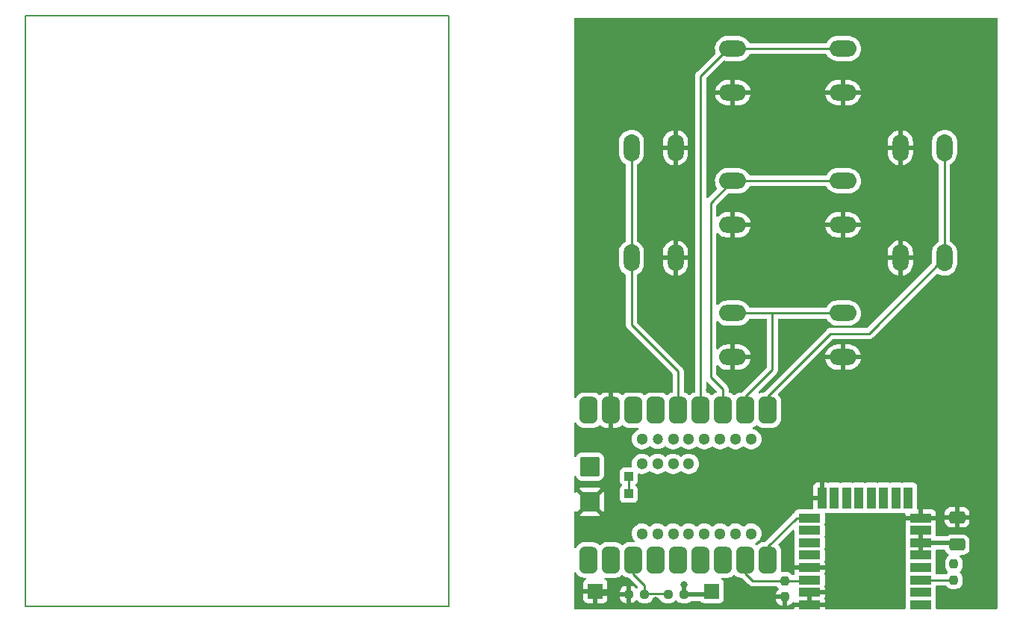
<source format=gtl>
G04 #@! TF.GenerationSoftware,KiCad,Pcbnew,7.0.10*
G04 #@! TF.CreationDate,2024-05-11T00:59:34-04:00*
G04 #@! TF.ProjectId,Remote PCB V2,52656d6f-7465-4205-9043-422056322e6b,rev?*
G04 #@! TF.SameCoordinates,Original*
G04 #@! TF.FileFunction,Copper,L1,Top*
G04 #@! TF.FilePolarity,Positive*
%FSLAX46Y46*%
G04 Gerber Fmt 4.6, Leading zero omitted, Abs format (unit mm)*
G04 Created by KiCad (PCBNEW 7.0.10) date 2024-05-11 00:59:34*
%MOMM*%
%LPD*%
G01*
G04 APERTURE LIST*
G04 Aperture macros list*
%AMRoundRect*
0 Rectangle with rounded corners*
0 $1 Rounding radius*
0 $2 $3 $4 $5 $6 $7 $8 $9 X,Y pos of 4 corners*
0 Add a 4 corners polygon primitive as box body*
4,1,4,$2,$3,$4,$5,$6,$7,$8,$9,$2,$3,0*
0 Add four circle primitives for the rounded corners*
1,1,$1+$1,$2,$3*
1,1,$1+$1,$4,$5*
1,1,$1+$1,$6,$7*
1,1,$1+$1,$8,$9*
0 Add four rect primitives between the rounded corners*
20,1,$1+$1,$2,$3,$4,$5,0*
20,1,$1+$1,$4,$5,$6,$7,0*
20,1,$1+$1,$6,$7,$8,$9,0*
20,1,$1+$1,$8,$9,$2,$3,0*%
G04 Aperture macros list end*
G04 #@! TA.AperFunction,NonConductor*
%ADD10C,0.200000*%
G04 #@! TD*
G04 #@! TA.AperFunction,SMDPad,CuDef*
%ADD11RoundRect,0.250000X-0.650000X0.412500X-0.650000X-0.412500X0.650000X-0.412500X0.650000X0.412500X0*%
G04 #@! TD*
G04 #@! TA.AperFunction,ComponentPad*
%ADD12R,1.700000X1.700000*%
G04 #@! TD*
G04 #@! TA.AperFunction,ComponentPad*
%ADD13O,3.048000X1.850000*%
G04 #@! TD*
G04 #@! TA.AperFunction,SMDPad,CuDef*
%ADD14RoundRect,0.237500X0.237500X-0.250000X0.237500X0.250000X-0.237500X0.250000X-0.237500X-0.250000X0*%
G04 #@! TD*
G04 #@! TA.AperFunction,SMDPad,CuDef*
%ADD15RoundRect,0.237500X-0.237500X0.250000X-0.237500X-0.250000X0.237500X-0.250000X0.237500X0.250000X0*%
G04 #@! TD*
G04 #@! TA.AperFunction,ComponentPad*
%ADD16O,1.850000X3.048000*%
G04 #@! TD*
G04 #@! TA.AperFunction,SMDPad,CuDef*
%ADD17RoundRect,0.237500X0.250000X0.237500X-0.250000X0.237500X-0.250000X-0.237500X0.250000X-0.237500X0*%
G04 #@! TD*
G04 #@! TA.AperFunction,SMDPad,CuDef*
%ADD18RoundRect,0.500000X0.500000X-1.000000X0.500000X1.000000X-0.500000X1.000000X-0.500000X-1.000000X0*%
G04 #@! TD*
G04 #@! TA.AperFunction,SMDPad,CuDef*
%ADD19RoundRect,0.220000X0.880000X-0.880000X0.880000X0.880000X-0.880000X0.880000X-0.880000X-0.880000X0*%
G04 #@! TD*
G04 #@! TA.AperFunction,SMDPad,CuDef*
%ADD20R,1.000000X1.000000*%
G04 #@! TD*
G04 #@! TA.AperFunction,SMDPad,CuDef*
%ADD21C,1.300000*%
G04 #@! TD*
G04 #@! TA.AperFunction,SMDPad,CuDef*
%ADD22C,1.200000*%
G04 #@! TD*
G04 #@! TA.AperFunction,SMDPad,CuDef*
%ADD23R,2.450000X1.000000*%
G04 #@! TD*
G04 #@! TA.AperFunction,SMDPad,CuDef*
%ADD24R,1.000000X2.450000*%
G04 #@! TD*
G04 #@! TA.AperFunction,ViaPad*
%ADD25C,0.800000*%
G04 #@! TD*
G04 #@! TA.AperFunction,Conductor*
%ADD26C,0.250000*%
G04 #@! TD*
G04 #@! TA.AperFunction,Conductor*
%ADD27C,0.500000*%
G04 #@! TD*
G04 APERTURE END LIST*
D10*
X0Y0D02*
X48000000Y0D01*
X48000000Y-67000000D01*
X0Y-67000000D01*
X0Y0D01*
D11*
X105664000Y-56896000D03*
X105664000Y-60021000D03*
D12*
X77851000Y-65278000D03*
D13*
X80230000Y-3754000D03*
X92730000Y-3754000D03*
X80230000Y-8754000D03*
X92730000Y-8754000D03*
D14*
X105283000Y-64031500D03*
X105283000Y-62206500D03*
D15*
X86106000Y-64111500D03*
X86106000Y-65936500D03*
D13*
X80230000Y-33754000D03*
X92730000Y-33754000D03*
X80230000Y-38754000D03*
X92730000Y-38754000D03*
D12*
X64643000Y-65278000D03*
D16*
X68730000Y-27504000D03*
X68730000Y-15004000D03*
X73730000Y-27504000D03*
X73730000Y-15004000D03*
X99230000Y-27504000D03*
X99230000Y-15004000D03*
X104230000Y-27504000D03*
X104230000Y-15004000D03*
D17*
X74699500Y-65659000D03*
X72874500Y-65659000D03*
D18*
X63870000Y-61754000D03*
X66410000Y-61754000D03*
X68950000Y-61754000D03*
X71490000Y-61754000D03*
X74030000Y-61754000D03*
X76570000Y-61754000D03*
X79110000Y-61754000D03*
X81650000Y-61754000D03*
X84190000Y-61754000D03*
X84190000Y-44754000D03*
X81650000Y-44754000D03*
X79110000Y-44754000D03*
X76570000Y-44754000D03*
X74030000Y-44754000D03*
X71490000Y-44754000D03*
X68950000Y-44754000D03*
X66410000Y-44754000D03*
X63870000Y-44754000D03*
D19*
X64030000Y-55154000D03*
X64030000Y-51154000D03*
D20*
X68430000Y-54254000D03*
X68430000Y-52254000D03*
D21*
X69930000Y-58754000D03*
X71700000Y-58754000D03*
X73470000Y-58754000D03*
X75240000Y-58754000D03*
X77010000Y-58754000D03*
X78780000Y-58754000D03*
X80550000Y-58754000D03*
X82320000Y-58754000D03*
X82320000Y-48054000D03*
X80550000Y-48054000D03*
X78780000Y-48054000D03*
X77010000Y-48054000D03*
X75240000Y-48054000D03*
X73470000Y-48054000D03*
D22*
X71700000Y-48054000D03*
D21*
X69930000Y-48054000D03*
X69930000Y-50854000D03*
X71700000Y-50854000D03*
X73470000Y-50854000D03*
X75240000Y-50854000D03*
D23*
X101530000Y-66802800D03*
X101530000Y-65402800D03*
X101530000Y-64002800D03*
X101530000Y-62602800D03*
X101530000Y-61202800D03*
X101530000Y-59802800D03*
X101530000Y-58402800D03*
X101530000Y-57002800D03*
D24*
X100130000Y-54707800D03*
X98730000Y-54707800D03*
X97330000Y-54707800D03*
X95930000Y-54707800D03*
X94530000Y-54707800D03*
X93130000Y-54707800D03*
X91730000Y-54707800D03*
X90330000Y-54707800D03*
D23*
X88930000Y-57004000D03*
X88930000Y-58404000D03*
X88930000Y-59802800D03*
X88930000Y-61202800D03*
X88930000Y-62602800D03*
X88930000Y-64002800D03*
X88930000Y-65402800D03*
X88930000Y-66802800D03*
D13*
X80230000Y-18754000D03*
X92730000Y-18754000D03*
X80230000Y-23754000D03*
X92730000Y-23754000D03*
D17*
X70231000Y-65659000D03*
X68406000Y-65659000D03*
D25*
X77597000Y-42418000D03*
X71501000Y-66294000D03*
X103759000Y-60960000D03*
X105664000Y-60021000D03*
X69088000Y-45593000D03*
X88930000Y-58404000D03*
X76454000Y-60833000D03*
X73914000Y-61722000D03*
X88930000Y-59802800D03*
X88930000Y-61202800D03*
X71628000Y-62738000D03*
X79248000Y-62611000D03*
X105283000Y-62206500D03*
X74676000Y-64516000D03*
X64071500Y-51244500D03*
D26*
X65151000Y-65659000D02*
X64643000Y-65151000D01*
X66410000Y-41794000D02*
X66421000Y-41783000D01*
X68406000Y-65659000D02*
X65151000Y-65659000D01*
D27*
X66421000Y-41783000D02*
X66421000Y-48006000D01*
D26*
X105445800Y-59802800D02*
X105664000Y-60021000D01*
D27*
X101530000Y-59802800D02*
X101530000Y-58402800D01*
X101530000Y-59802800D02*
X101530000Y-61202800D01*
D26*
X68950000Y-44754000D02*
X68950000Y-45455000D01*
X68950000Y-45455000D02*
X69088000Y-45593000D01*
D27*
X101530000Y-59802800D02*
X105445800Y-59802800D01*
D26*
X101530000Y-64002800D02*
X105150800Y-64002800D01*
X105150800Y-64002800D02*
X105283000Y-64135000D01*
X84190000Y-61754000D02*
X84190000Y-60254000D01*
X87440000Y-57004000D02*
X88930000Y-57004000D01*
X84190000Y-60254000D02*
X87440000Y-57004000D01*
X76570000Y-60949000D02*
X76454000Y-60833000D01*
X76570000Y-61754000D02*
X76570000Y-60949000D01*
X74030000Y-61754000D02*
X73946000Y-61754000D01*
X73946000Y-61754000D02*
X73914000Y-61722000D01*
X71490000Y-61754000D02*
X71490000Y-62600000D01*
X71596000Y-61754000D02*
X71628000Y-61722000D01*
X71490000Y-62600000D02*
X71628000Y-62738000D01*
X88821300Y-64111500D02*
X88930000Y-64002800D01*
X81650000Y-61754000D02*
X81650000Y-61352000D01*
X81650000Y-61754000D02*
X81650000Y-63254000D01*
X82507500Y-64111500D02*
X86106000Y-64111500D01*
X81650000Y-63254000D02*
X82507500Y-64111500D01*
X86106000Y-64111500D02*
X88821300Y-64111500D01*
X79110000Y-62473000D02*
X79248000Y-62611000D01*
X79110000Y-61754000D02*
X79110000Y-62473000D01*
X77470000Y-65659000D02*
X77851000Y-65278000D01*
D27*
X74699500Y-65659000D02*
X77470000Y-65659000D01*
X74699500Y-64539500D02*
X74676000Y-64516000D01*
X74699500Y-65659000D02*
X74699500Y-64539500D01*
D26*
X72784500Y-65569000D02*
X72874500Y-65659000D01*
X68950000Y-61754000D02*
X68950000Y-63362000D01*
X70231000Y-64643000D02*
X70231000Y-65659000D01*
X70321000Y-65569000D02*
X72784500Y-65569000D01*
X70231000Y-65659000D02*
X70321000Y-65569000D01*
X68950000Y-63362000D02*
X70231000Y-64643000D01*
X68730000Y-35075000D02*
X68730000Y-27504000D01*
X68730000Y-15004000D02*
X68730000Y-27504000D01*
X74030000Y-40375000D02*
X68730000Y-35075000D01*
X74030000Y-44754000D02*
X74030000Y-40375000D01*
X80230000Y-3754000D02*
X92730000Y-3754000D01*
X80230000Y-3395000D02*
X80137000Y-3302000D01*
X80137000Y-3302000D02*
X76570000Y-6869000D01*
X80230000Y-3754000D02*
X80230000Y-3395000D01*
X76570000Y-6869000D02*
X76570000Y-44754000D01*
X77724000Y-21260000D02*
X80230000Y-18754000D01*
X77724000Y-41021000D02*
X77724000Y-21260000D01*
X79110000Y-44754000D02*
X79110000Y-42407000D01*
X80230000Y-18754000D02*
X92730000Y-18754000D01*
X79110000Y-42407000D02*
X77724000Y-41021000D01*
X80230000Y-33754000D02*
X84709000Y-33754000D01*
X84709000Y-40195000D02*
X81650000Y-43254000D01*
X84709000Y-33754000D02*
X84709000Y-40195000D01*
X81650000Y-43254000D02*
X81650000Y-44754000D01*
X84709000Y-33754000D02*
X92730000Y-33754000D01*
X104230000Y-15004000D02*
X104230000Y-27504000D01*
X84190000Y-44754000D02*
X84190000Y-43191000D01*
X95666000Y-36068000D02*
X104230000Y-27504000D01*
X91313000Y-36068000D02*
X95666000Y-36068000D01*
X84190000Y-43191000D02*
X91313000Y-36068000D01*
X68430000Y-52254000D02*
X68430000Y-54254000D01*
G04 #@! TA.AperFunction,Conductor*
G36*
X110178539Y-274185D02*
G01*
X110224294Y-326989D01*
X110235500Y-378500D01*
X110235500Y-67185500D01*
X110215815Y-67252539D01*
X110163011Y-67298294D01*
X110111500Y-67309500D01*
X103379500Y-67309500D01*
X103312461Y-67289815D01*
X103266706Y-67237011D01*
X103255500Y-67185500D01*
X103255499Y-66254929D01*
X103255498Y-66254923D01*
X103249091Y-66195317D01*
X103248786Y-66194500D01*
X103230747Y-66146134D01*
X103225762Y-66076443D01*
X103230747Y-66059465D01*
X103249089Y-66010288D01*
X103249091Y-66010283D01*
X103255500Y-65950673D01*
X103255499Y-64854928D01*
X103249091Y-64795317D01*
X103249090Y-64795314D01*
X103249090Y-64795312D01*
X103247308Y-64787769D01*
X103248624Y-64787457D01*
X103244225Y-64725942D01*
X103277709Y-64664619D01*
X103339032Y-64631134D01*
X103365391Y-64628300D01*
X104323106Y-64628300D01*
X104390145Y-64647985D01*
X104428644Y-64687203D01*
X104462657Y-64742346D01*
X104462660Y-64742350D01*
X104584650Y-64864340D01*
X104731484Y-64954908D01*
X104895247Y-65009174D01*
X104996323Y-65019500D01*
X105569676Y-65019499D01*
X105569684Y-65019498D01*
X105569687Y-65019498D01*
X105625030Y-65013844D01*
X105670753Y-65009174D01*
X105834516Y-64954908D01*
X105981350Y-64864340D01*
X106103340Y-64742350D01*
X106193908Y-64595516D01*
X106248174Y-64431753D01*
X106258500Y-64330677D01*
X106258499Y-63732324D01*
X106258450Y-63731849D01*
X106248174Y-63631247D01*
X106223242Y-63556008D01*
X106193908Y-63467484D01*
X106103340Y-63320650D01*
X105989371Y-63206681D01*
X105955886Y-63145358D01*
X105960870Y-63075666D01*
X105989371Y-63031319D01*
X106023793Y-62996897D01*
X106103340Y-62917350D01*
X106193908Y-62770516D01*
X106248174Y-62606753D01*
X106258500Y-62505677D01*
X106258499Y-61907324D01*
X106255417Y-61877156D01*
X106248174Y-61806247D01*
X106193908Y-61642484D01*
X106103340Y-61495650D01*
X106003370Y-61395680D01*
X105969885Y-61334357D01*
X105974869Y-61264665D01*
X106016741Y-61208732D01*
X106082205Y-61184315D01*
X106091045Y-61183999D01*
X106364008Y-61183999D01*
X106466797Y-61173499D01*
X106633334Y-61118314D01*
X106782656Y-61026212D01*
X106906712Y-60902156D01*
X106998814Y-60752834D01*
X107053999Y-60586297D01*
X107064500Y-60483509D01*
X107064499Y-59558492D01*
X107063587Y-59549568D01*
X107053999Y-59455703D01*
X107053998Y-59455700D01*
X107023033Y-59362255D01*
X106998814Y-59289166D01*
X106906712Y-59139844D01*
X106782656Y-59015788D01*
X106633334Y-58923686D01*
X106466797Y-58868501D01*
X106466795Y-58868500D01*
X106364010Y-58858000D01*
X104963998Y-58858000D01*
X104963981Y-58858001D01*
X104861203Y-58868500D01*
X104861200Y-58868501D01*
X104694668Y-58923685D01*
X104694663Y-58923687D01*
X104545342Y-59015789D01*
X104545151Y-59015981D01*
X104544986Y-59016070D01*
X104539681Y-59020266D01*
X104538964Y-59019359D01*
X104483828Y-59049466D01*
X104457470Y-59052300D01*
X103379500Y-59052300D01*
X103312461Y-59032615D01*
X103266706Y-58979811D01*
X103255500Y-58928300D01*
X103255499Y-57854929D01*
X103255498Y-57854923D01*
X103249091Y-57795317D01*
X103242201Y-57776845D01*
X103230480Y-57745418D01*
X103225495Y-57675727D01*
X103230480Y-57658749D01*
X103248597Y-57610175D01*
X103248598Y-57610172D01*
X103254999Y-57550644D01*
X103255000Y-57550627D01*
X103255000Y-57252800D01*
X99805000Y-57252800D01*
X99805000Y-57550644D01*
X99811401Y-57610172D01*
X99811403Y-57610183D01*
X99829519Y-57658753D01*
X99834503Y-57728444D01*
X99829520Y-57745416D01*
X99810908Y-57795317D01*
X99806970Y-57831949D01*
X99804501Y-57854923D01*
X99804500Y-57854935D01*
X99804500Y-58950670D01*
X99804501Y-58950676D01*
X99810908Y-59010282D01*
X99829253Y-59059466D01*
X99834237Y-59129158D01*
X99829253Y-59146131D01*
X99810909Y-59195314D01*
X99810908Y-59195316D01*
X99804501Y-59254916D01*
X99804501Y-59254923D01*
X99804500Y-59254935D01*
X99804500Y-60350670D01*
X99804501Y-60350676D01*
X99810908Y-60410282D01*
X99824004Y-60445393D01*
X99829252Y-60459465D01*
X99829253Y-60459466D01*
X99834237Y-60529158D01*
X99829253Y-60546131D01*
X99810909Y-60595314D01*
X99810908Y-60595316D01*
X99806288Y-60638296D01*
X99804501Y-60654923D01*
X99804500Y-60654935D01*
X99804500Y-61750670D01*
X99804501Y-61750676D01*
X99810908Y-61810282D01*
X99824004Y-61845393D01*
X99829252Y-61859465D01*
X99829253Y-61859466D01*
X99834237Y-61929158D01*
X99829253Y-61946131D01*
X99810909Y-61995314D01*
X99810908Y-61995316D01*
X99804501Y-62054916D01*
X99804501Y-62054923D01*
X99804500Y-62054935D01*
X99804500Y-63150670D01*
X99804501Y-63150676D01*
X99810908Y-63210282D01*
X99811648Y-63212265D01*
X99828985Y-63258749D01*
X99829253Y-63259466D01*
X99834237Y-63329158D01*
X99829253Y-63346131D01*
X99810909Y-63395314D01*
X99810908Y-63395316D01*
X99807492Y-63427096D01*
X99804501Y-63454923D01*
X99804500Y-63454935D01*
X99804500Y-64550670D01*
X99804501Y-64550676D01*
X99810908Y-64610282D01*
X99829253Y-64659466D01*
X99834237Y-64729158D01*
X99829253Y-64746131D01*
X99810909Y-64795314D01*
X99810908Y-64795316D01*
X99806206Y-64839055D01*
X99804501Y-64854923D01*
X99804500Y-64854935D01*
X99804500Y-65950670D01*
X99804501Y-65950676D01*
X99810908Y-66010282D01*
X99824004Y-66045393D01*
X99829252Y-66059465D01*
X99829253Y-66059466D01*
X99834237Y-66129158D01*
X99829253Y-66146131D01*
X99810909Y-66195314D01*
X99810908Y-66195316D01*
X99806572Y-66235654D01*
X99804500Y-66254927D01*
X99804500Y-66768947D01*
X99804501Y-67185500D01*
X99784817Y-67252539D01*
X99732013Y-67298294D01*
X99680501Y-67309500D01*
X90779000Y-67309500D01*
X90711961Y-67289815D01*
X90666206Y-67237011D01*
X90655000Y-67185500D01*
X90655000Y-67052800D01*
X87205000Y-67052800D01*
X87205000Y-67185500D01*
X87185315Y-67252539D01*
X87132511Y-67298294D01*
X87081000Y-67309500D01*
X62354500Y-67309500D01*
X62287461Y-67289815D01*
X62241706Y-67237011D01*
X62230500Y-67185500D01*
X62230500Y-63238671D01*
X62250185Y-63171632D01*
X62302989Y-63125877D01*
X62372147Y-63115933D01*
X62435703Y-63144958D01*
X62464407Y-63181257D01*
X62527896Y-63302800D01*
X62530302Y-63307407D01*
X62658890Y-63465109D01*
X62752803Y-63541684D01*
X62816593Y-63593698D01*
X62996951Y-63687909D01*
X62996953Y-63687909D01*
X62996954Y-63687910D01*
X63004021Y-63689932D01*
X63192582Y-63743886D01*
X63311963Y-63754500D01*
X63486567Y-63754499D01*
X63553605Y-63774183D01*
X63599360Y-63826987D01*
X63609304Y-63896145D01*
X63580279Y-63959701D01*
X63557226Y-63978283D01*
X63558011Y-63979331D01*
X63435812Y-64070809D01*
X63435809Y-64070812D01*
X63349649Y-64185906D01*
X63349645Y-64185913D01*
X63299403Y-64320620D01*
X63299401Y-64320627D01*
X63293000Y-64380155D01*
X63293000Y-65028000D01*
X64209314Y-65028000D01*
X64183507Y-65068156D01*
X64143000Y-65206111D01*
X64143000Y-65349889D01*
X64183507Y-65487844D01*
X64209314Y-65528000D01*
X63293000Y-65528000D01*
X63293000Y-66175844D01*
X63299401Y-66235372D01*
X63299403Y-66235379D01*
X63349645Y-66370086D01*
X63349649Y-66370093D01*
X63435809Y-66485187D01*
X63435812Y-66485190D01*
X63550906Y-66571350D01*
X63550913Y-66571354D01*
X63685620Y-66621596D01*
X63685627Y-66621598D01*
X63745155Y-66627999D01*
X63745172Y-66628000D01*
X64393000Y-66628000D01*
X64393000Y-65713501D01*
X64500685Y-65762680D01*
X64607237Y-65778000D01*
X64678763Y-65778000D01*
X64785315Y-65762680D01*
X64893000Y-65713501D01*
X64893000Y-66628000D01*
X65540828Y-66628000D01*
X65540844Y-66627999D01*
X65600372Y-66621598D01*
X65600379Y-66621596D01*
X65735086Y-66571354D01*
X65735093Y-66571350D01*
X65850187Y-66485190D01*
X65850190Y-66485187D01*
X65936350Y-66370093D01*
X65936354Y-66370086D01*
X65986596Y-66235379D01*
X65986598Y-66235372D01*
X65992999Y-66175844D01*
X65993000Y-66175827D01*
X65993000Y-65909000D01*
X67418501Y-65909000D01*
X67418501Y-65945654D01*
X67428819Y-66046652D01*
X67483046Y-66210300D01*
X67483051Y-66210311D01*
X67573552Y-66357034D01*
X67573555Y-66357038D01*
X67695461Y-66478944D01*
X67695465Y-66478947D01*
X67842188Y-66569448D01*
X67842199Y-66569453D01*
X68005847Y-66623680D01*
X68106851Y-66633999D01*
X68155999Y-66633998D01*
X68156000Y-66633998D01*
X68156000Y-65909000D01*
X67418501Y-65909000D01*
X65993000Y-65909000D01*
X65993000Y-65528000D01*
X65076686Y-65528000D01*
X65102493Y-65487844D01*
X65125644Y-65409000D01*
X67418500Y-65409000D01*
X68156000Y-65409000D01*
X68156000Y-64684000D01*
X68155999Y-64683999D01*
X68106861Y-64684000D01*
X68106843Y-64684001D01*
X68005847Y-64694319D01*
X67842199Y-64748546D01*
X67842188Y-64748551D01*
X67695465Y-64839052D01*
X67695461Y-64839055D01*
X67573555Y-64960961D01*
X67573552Y-64960965D01*
X67483051Y-65107688D01*
X67483046Y-65107699D01*
X67428819Y-65271347D01*
X67418500Y-65372345D01*
X67418500Y-65409000D01*
X65125644Y-65409000D01*
X65143000Y-65349889D01*
X65143000Y-65206111D01*
X65102493Y-65068156D01*
X65076686Y-65028000D01*
X65993000Y-65028000D01*
X65993000Y-64380172D01*
X65992999Y-64380155D01*
X65986598Y-64320627D01*
X65986596Y-64320620D01*
X65936354Y-64185913D01*
X65936350Y-64185906D01*
X65850190Y-64070812D01*
X65850187Y-64070809D01*
X65735093Y-63984649D01*
X65730857Y-63982336D01*
X65681453Y-63932929D01*
X65666603Y-63864656D01*
X65691022Y-63799192D01*
X65746956Y-63757322D01*
X65801265Y-63749992D01*
X65851963Y-63754500D01*
X66968036Y-63754499D01*
X67087418Y-63743886D01*
X67283049Y-63687909D01*
X67463407Y-63593698D01*
X67601640Y-63480983D01*
X67666035Y-63453875D01*
X67734865Y-63465884D01*
X67758357Y-63480981D01*
X67896593Y-63593698D01*
X68076951Y-63687909D01*
X68076953Y-63687909D01*
X68076954Y-63687910D01*
X68084021Y-63689932D01*
X68272582Y-63743886D01*
X68391963Y-63754500D01*
X68400032Y-63754499D01*
X68467071Y-63774177D01*
X68489147Y-63792545D01*
X68490405Y-63793585D01*
X68490406Y-63793587D01*
X68503206Y-63804176D01*
X68524057Y-63821425D01*
X68532698Y-63829288D01*
X69443429Y-64740019D01*
X69476914Y-64801342D01*
X69471930Y-64871034D01*
X69443428Y-64915382D01*
X69405826Y-64952983D01*
X69344502Y-64986468D01*
X69274811Y-64981482D01*
X69230465Y-64952982D01*
X69116538Y-64839055D01*
X69116534Y-64839052D01*
X68969811Y-64748551D01*
X68969800Y-64748546D01*
X68806152Y-64694319D01*
X68705154Y-64684000D01*
X68656000Y-64684000D01*
X68656000Y-66633999D01*
X68705140Y-66633999D01*
X68705154Y-66633998D01*
X68806152Y-66623680D01*
X68969800Y-66569453D01*
X68969811Y-66569448D01*
X69116533Y-66478948D01*
X69230464Y-66365017D01*
X69291787Y-66331532D01*
X69361479Y-66336516D01*
X69405827Y-66365017D01*
X69520150Y-66479340D01*
X69666984Y-66569908D01*
X69830747Y-66624174D01*
X69931823Y-66634500D01*
X70530176Y-66634499D01*
X70530184Y-66634498D01*
X70530187Y-66634498D01*
X70593808Y-66627999D01*
X70631253Y-66624174D01*
X70795016Y-66569908D01*
X70941850Y-66479340D01*
X71063840Y-66357350D01*
X71085250Y-66322637D01*
X71127956Y-66253403D01*
X71179904Y-66206678D01*
X71233494Y-66194500D01*
X71872006Y-66194500D01*
X71939045Y-66214185D01*
X71977544Y-66253403D01*
X72041657Y-66357346D01*
X72041660Y-66357350D01*
X72163650Y-66479340D01*
X72310484Y-66569908D01*
X72474247Y-66624174D01*
X72575323Y-66634500D01*
X73173676Y-66634499D01*
X73173684Y-66634498D01*
X73173687Y-66634498D01*
X73237308Y-66627999D01*
X73274753Y-66624174D01*
X73438516Y-66569908D01*
X73585350Y-66479340D01*
X73699319Y-66365371D01*
X73760642Y-66331886D01*
X73830334Y-66336870D01*
X73874681Y-66365371D01*
X73988650Y-66479340D01*
X74135484Y-66569908D01*
X74299247Y-66624174D01*
X74400323Y-66634500D01*
X74998676Y-66634499D01*
X74998684Y-66634498D01*
X74998687Y-66634498D01*
X75062308Y-66627999D01*
X75099753Y-66624174D01*
X75263516Y-66569908D01*
X75410350Y-66479340D01*
X75443871Y-66445819D01*
X75505194Y-66412334D01*
X75531552Y-66409500D01*
X76524457Y-66409500D01*
X76591496Y-66429185D01*
X76623721Y-66459186D01*
X76643454Y-66485546D01*
X76643455Y-66485546D01*
X76643456Y-66485548D01*
X76758664Y-66571793D01*
X76758671Y-66571797D01*
X76893517Y-66622091D01*
X76893516Y-66622091D01*
X76900444Y-66622835D01*
X76953127Y-66628500D01*
X78748872Y-66628499D01*
X78808483Y-66622091D01*
X78943331Y-66571796D01*
X79058546Y-66485546D01*
X79144796Y-66370331D01*
X79195091Y-66235483D01*
X79200357Y-66186500D01*
X85131001Y-66186500D01*
X85131001Y-66235654D01*
X85141319Y-66336652D01*
X85195546Y-66500300D01*
X85195551Y-66500311D01*
X85286052Y-66647034D01*
X85286055Y-66647038D01*
X85407961Y-66768944D01*
X85407965Y-66768947D01*
X85554688Y-66859448D01*
X85554699Y-66859453D01*
X85718347Y-66913680D01*
X85819352Y-66923999D01*
X85856000Y-66923999D01*
X85856000Y-66186500D01*
X85131001Y-66186500D01*
X79200357Y-66186500D01*
X79201500Y-66175873D01*
X79201499Y-64380128D01*
X79195091Y-64320517D01*
X79187141Y-64299203D01*
X79144797Y-64185671D01*
X79144793Y-64185664D01*
X79058547Y-64070455D01*
X79058544Y-64070452D01*
X78936231Y-63978888D01*
X78938106Y-63976382D01*
X78899646Y-63937912D01*
X78884803Y-63869637D01*
X78909228Y-63804176D01*
X78965167Y-63762312D01*
X79008482Y-63754499D01*
X79668036Y-63754499D01*
X79787418Y-63743886D01*
X79983049Y-63687909D01*
X80163407Y-63593698D01*
X80301640Y-63480983D01*
X80366035Y-63453875D01*
X80434865Y-63465884D01*
X80458357Y-63480981D01*
X80596593Y-63593698D01*
X80776951Y-63687909D01*
X80776953Y-63687909D01*
X80776954Y-63687910D01*
X80784021Y-63689932D01*
X80972582Y-63743886D01*
X81091963Y-63754500D01*
X81214547Y-63754499D01*
X81281586Y-63774183D01*
X81302228Y-63790818D01*
X82006697Y-64495288D01*
X82016522Y-64507551D01*
X82016743Y-64507369D01*
X82021711Y-64513374D01*
X82021713Y-64513376D01*
X82021714Y-64513377D01*
X82070722Y-64559399D01*
X82073521Y-64562112D01*
X82093022Y-64581614D01*
X82093026Y-64581617D01*
X82093029Y-64581620D01*
X82096202Y-64584081D01*
X82105074Y-64591659D01*
X82136918Y-64621562D01*
X82154476Y-64631214D01*
X82170735Y-64641895D01*
X82186564Y-64654173D01*
X82226655Y-64671521D01*
X82237126Y-64676651D01*
X82256320Y-64687203D01*
X82275402Y-64697694D01*
X82275404Y-64697695D01*
X82275408Y-64697697D01*
X82294816Y-64702680D01*
X82313219Y-64708981D01*
X82331601Y-64716936D01*
X82331602Y-64716936D01*
X82331604Y-64716937D01*
X82374750Y-64723770D01*
X82386172Y-64726136D01*
X82428481Y-64737000D01*
X82448516Y-64737000D01*
X82467914Y-64738526D01*
X82487694Y-64741659D01*
X82487695Y-64741660D01*
X82487695Y-64741659D01*
X82487696Y-64741660D01*
X82531175Y-64737550D01*
X82542844Y-64737000D01*
X85163809Y-64737000D01*
X85230848Y-64756685D01*
X85269348Y-64795904D01*
X85285659Y-64822349D01*
X85399982Y-64936672D01*
X85433467Y-64997995D01*
X85428483Y-65067687D01*
X85399983Y-65112034D01*
X85286052Y-65225965D01*
X85195551Y-65372688D01*
X85195546Y-65372699D01*
X85141319Y-65536347D01*
X85131000Y-65637345D01*
X85131000Y-65686500D01*
X86232000Y-65686500D01*
X86299039Y-65706185D01*
X86344794Y-65758989D01*
X86356000Y-65810500D01*
X86356000Y-66923999D01*
X86392640Y-66923999D01*
X86392654Y-66923998D01*
X86493652Y-66913680D01*
X86657300Y-66859453D01*
X86657311Y-66859448D01*
X86804034Y-66768947D01*
X86804038Y-66768944D01*
X86925943Y-66647039D01*
X86986026Y-66549630D01*
X87037974Y-66502906D01*
X87106937Y-66491683D01*
X87171019Y-66519527D01*
X87179246Y-66527046D01*
X87205000Y-66552800D01*
X88680000Y-66552800D01*
X88680000Y-65652800D01*
X89180000Y-65652800D01*
X89180000Y-66552800D01*
X90655000Y-66552800D01*
X90655000Y-66254972D01*
X90654999Y-66254955D01*
X90648597Y-66195422D01*
X90648597Y-66195421D01*
X90630214Y-66146135D01*
X90625228Y-66076444D01*
X90630214Y-66059465D01*
X90648597Y-66010178D01*
X90648597Y-66010177D01*
X90654999Y-65950644D01*
X90655000Y-65950627D01*
X90655000Y-65652800D01*
X89180000Y-65652800D01*
X88680000Y-65652800D01*
X88680000Y-65276800D01*
X88699685Y-65209761D01*
X88752489Y-65164006D01*
X88804000Y-65152800D01*
X90655000Y-65152800D01*
X90655000Y-64854972D01*
X90654999Y-64854955D01*
X90648598Y-64795427D01*
X90630479Y-64746848D01*
X90625495Y-64677156D01*
X90630476Y-64660191D01*
X90649091Y-64610283D01*
X90655500Y-64550673D01*
X90655499Y-63454928D01*
X90649091Y-63395317D01*
X90630480Y-63345418D01*
X90625495Y-63275727D01*
X90630480Y-63258749D01*
X90648597Y-63210175D01*
X90648598Y-63210172D01*
X90654999Y-63150644D01*
X90655000Y-63150627D01*
X90655000Y-62852800D01*
X87205000Y-62852800D01*
X87205000Y-63150644D01*
X87211401Y-63210172D01*
X87211403Y-63210183D01*
X87229519Y-63258753D01*
X87234503Y-63328444D01*
X87229520Y-63345416D01*
X87208199Y-63402583D01*
X87205699Y-63401650D01*
X87177481Y-63451221D01*
X87115574Y-63483614D01*
X87091367Y-63486000D01*
X87048191Y-63486000D01*
X86981152Y-63466315D01*
X86942652Y-63427096D01*
X86926340Y-63400650D01*
X86804351Y-63278661D01*
X86804350Y-63278660D01*
X86693492Y-63210282D01*
X86657518Y-63188093D01*
X86657513Y-63188091D01*
X86656069Y-63187612D01*
X86493753Y-63133826D01*
X86493751Y-63133825D01*
X86392678Y-63123500D01*
X85819330Y-63123500D01*
X85819317Y-63123501D01*
X85801264Y-63125345D01*
X85732572Y-63112572D01*
X85681690Y-63064688D01*
X85664773Y-62996897D01*
X85669452Y-62967881D01*
X85679886Y-62931418D01*
X85690500Y-62812037D01*
X85690499Y-60695964D01*
X85679886Y-60576582D01*
X85623909Y-60380951D01*
X85529698Y-60200593D01*
X85420068Y-60066142D01*
X85392959Y-60001745D01*
X85404968Y-59932916D01*
X85428486Y-59900103D01*
X86992821Y-58335768D01*
X87054142Y-58302285D01*
X87123834Y-58307269D01*
X87179767Y-58349141D01*
X87204184Y-58414605D01*
X87204500Y-58423451D01*
X87204500Y-58951870D01*
X87204501Y-58951876D01*
X87210908Y-59011483D01*
X87229029Y-59060067D01*
X87234013Y-59129758D01*
X87229030Y-59146731D01*
X87210908Y-59195319D01*
X87204501Y-59254916D01*
X87204501Y-59254923D01*
X87204500Y-59254935D01*
X87204500Y-60350670D01*
X87204501Y-60350676D01*
X87210908Y-60410282D01*
X87224004Y-60445393D01*
X87229252Y-60459465D01*
X87229253Y-60459466D01*
X87234237Y-60529158D01*
X87229253Y-60546131D01*
X87210909Y-60595314D01*
X87210908Y-60595316D01*
X87206288Y-60638296D01*
X87204501Y-60654923D01*
X87204500Y-60654935D01*
X87204500Y-61750670D01*
X87204501Y-61750676D01*
X87210909Y-61810284D01*
X87229519Y-61860182D01*
X87234503Y-61929874D01*
X87229520Y-61946846D01*
X87211402Y-61995423D01*
X87211401Y-61995427D01*
X87205000Y-62054955D01*
X87205000Y-62352800D01*
X90655000Y-62352800D01*
X90655000Y-62054972D01*
X90654999Y-62054955D01*
X90648598Y-61995427D01*
X90630479Y-61946848D01*
X90625495Y-61877156D01*
X90630476Y-61860191D01*
X90649091Y-61810283D01*
X90655500Y-61750673D01*
X90655499Y-60654928D01*
X90649091Y-60595317D01*
X90637599Y-60564506D01*
X90630747Y-60546134D01*
X90625762Y-60476443D01*
X90630747Y-60459465D01*
X90649089Y-60410288D01*
X90649091Y-60410283D01*
X90655500Y-60350673D01*
X90655499Y-59254928D01*
X90649091Y-59195317D01*
X90630969Y-59146731D01*
X90625986Y-59077042D01*
X90630971Y-59060065D01*
X90649089Y-59011488D01*
X90649091Y-59011483D01*
X90655500Y-58951873D01*
X90655499Y-57856128D01*
X90649091Y-57796517D01*
X90649090Y-57796514D01*
X90630747Y-57747334D01*
X90625762Y-57677643D01*
X90630747Y-57660665D01*
X90637455Y-57642680D01*
X90649091Y-57611483D01*
X90655500Y-57551873D01*
X90655500Y-57146000D01*
X104264001Y-57146000D01*
X104264001Y-57358486D01*
X104274494Y-57461197D01*
X104329641Y-57627619D01*
X104329643Y-57627624D01*
X104421684Y-57776845D01*
X104545654Y-57900815D01*
X104694875Y-57992856D01*
X104694880Y-57992858D01*
X104861302Y-58048005D01*
X104861309Y-58048006D01*
X104964019Y-58058499D01*
X105413999Y-58058499D01*
X105414000Y-58058498D01*
X105414000Y-57146000D01*
X105914000Y-57146000D01*
X105914000Y-58058499D01*
X106363972Y-58058499D01*
X106363986Y-58058498D01*
X106466697Y-58048005D01*
X106633119Y-57992858D01*
X106633124Y-57992856D01*
X106782345Y-57900815D01*
X106906315Y-57776845D01*
X106998356Y-57627624D01*
X106998358Y-57627619D01*
X107053505Y-57461197D01*
X107053506Y-57461190D01*
X107063999Y-57358486D01*
X107064000Y-57358473D01*
X107064000Y-57146000D01*
X105914000Y-57146000D01*
X105414000Y-57146000D01*
X104264001Y-57146000D01*
X90655500Y-57146000D01*
X90655499Y-56556799D01*
X90675183Y-56489761D01*
X90727987Y-56444006D01*
X90779499Y-56432800D01*
X90877828Y-56432800D01*
X90877844Y-56432799D01*
X90937372Y-56426398D01*
X90937375Y-56426397D01*
X90985949Y-56408280D01*
X91055640Y-56403294D01*
X91072610Y-56408277D01*
X91122517Y-56426891D01*
X91182127Y-56433300D01*
X92277872Y-56433299D01*
X92337483Y-56426891D01*
X92386665Y-56408546D01*
X92456355Y-56403561D01*
X92473333Y-56408547D01*
X92522508Y-56426888D01*
X92522511Y-56426888D01*
X92522517Y-56426891D01*
X92582127Y-56433300D01*
X93677872Y-56433299D01*
X93737483Y-56426891D01*
X93786665Y-56408546D01*
X93856355Y-56403561D01*
X93873333Y-56408547D01*
X93922508Y-56426888D01*
X93922511Y-56426888D01*
X93922517Y-56426891D01*
X93982127Y-56433300D01*
X95077872Y-56433299D01*
X95137483Y-56426891D01*
X95186665Y-56408546D01*
X95256355Y-56403561D01*
X95273333Y-56408547D01*
X95322508Y-56426888D01*
X95322511Y-56426888D01*
X95322517Y-56426891D01*
X95382127Y-56433300D01*
X96477872Y-56433299D01*
X96537483Y-56426891D01*
X96586665Y-56408546D01*
X96656355Y-56403561D01*
X96673333Y-56408547D01*
X96722508Y-56426888D01*
X96722511Y-56426888D01*
X96722517Y-56426891D01*
X96782127Y-56433300D01*
X97877872Y-56433299D01*
X97937483Y-56426891D01*
X97986665Y-56408546D01*
X98056355Y-56403561D01*
X98073333Y-56408547D01*
X98122508Y-56426888D01*
X98122511Y-56426888D01*
X98122517Y-56426891D01*
X98182127Y-56433300D01*
X99277872Y-56433299D01*
X99337483Y-56426891D01*
X99386665Y-56408546D01*
X99456355Y-56403561D01*
X99473333Y-56408547D01*
X99522508Y-56426888D01*
X99522511Y-56426889D01*
X99522517Y-56426891D01*
X99582127Y-56433300D01*
X99681002Y-56433299D01*
X99748038Y-56452983D01*
X99793794Y-56505786D01*
X99805000Y-56557299D01*
X99805000Y-56752800D01*
X101280000Y-56752800D01*
X101280000Y-56002800D01*
X101780000Y-56002800D01*
X101780000Y-56752800D01*
X103255000Y-56752800D01*
X103255000Y-56646000D01*
X104264000Y-56646000D01*
X105414000Y-56646000D01*
X105414000Y-55733500D01*
X105914000Y-55733500D01*
X105914000Y-56646000D01*
X107063999Y-56646000D01*
X107063999Y-56433528D01*
X107063998Y-56433513D01*
X107053505Y-56330802D01*
X106998358Y-56164380D01*
X106998356Y-56164375D01*
X106906315Y-56015154D01*
X106782345Y-55891184D01*
X106633124Y-55799143D01*
X106633119Y-55799141D01*
X106466697Y-55743994D01*
X106466690Y-55743993D01*
X106363986Y-55733500D01*
X105914000Y-55733500D01*
X105414000Y-55733500D01*
X104964028Y-55733500D01*
X104964012Y-55733501D01*
X104861302Y-55743994D01*
X104694880Y-55799141D01*
X104694875Y-55799143D01*
X104545654Y-55891184D01*
X104421684Y-56015154D01*
X104329643Y-56164375D01*
X104329641Y-56164380D01*
X104274494Y-56330802D01*
X104274493Y-56330809D01*
X104264000Y-56433513D01*
X104264000Y-56646000D01*
X103255000Y-56646000D01*
X103255000Y-56454972D01*
X103254999Y-56454955D01*
X103248598Y-56395427D01*
X103248596Y-56395420D01*
X103198354Y-56260713D01*
X103198350Y-56260706D01*
X103112190Y-56145612D01*
X103112187Y-56145609D01*
X102997093Y-56059449D01*
X102997086Y-56059445D01*
X102862379Y-56009203D01*
X102862372Y-56009201D01*
X102802844Y-56002800D01*
X101780000Y-56002800D01*
X101280000Y-56002800D01*
X101254500Y-56002800D01*
X101187461Y-55983115D01*
X101141706Y-55930311D01*
X101130500Y-55878800D01*
X101130499Y-53434929D01*
X101130498Y-53434923D01*
X101124091Y-53375316D01*
X101073797Y-53240471D01*
X101073793Y-53240464D01*
X100987547Y-53125255D01*
X100987544Y-53125252D01*
X100872335Y-53039006D01*
X100872328Y-53039002D01*
X100737482Y-52988708D01*
X100737483Y-52988708D01*
X100677883Y-52982301D01*
X100677881Y-52982300D01*
X100677873Y-52982300D01*
X100677864Y-52982300D01*
X99582129Y-52982300D01*
X99582123Y-52982301D01*
X99522516Y-52988708D01*
X99473332Y-53007053D01*
X99403640Y-53012037D01*
X99386667Y-53007053D01*
X99337482Y-52988708D01*
X99337483Y-52988708D01*
X99277883Y-52982301D01*
X99277881Y-52982300D01*
X99277873Y-52982300D01*
X99277864Y-52982300D01*
X98182129Y-52982300D01*
X98182123Y-52982301D01*
X98122516Y-52988708D01*
X98073332Y-53007053D01*
X98003640Y-53012037D01*
X97986667Y-53007053D01*
X97937482Y-52988708D01*
X97937483Y-52988708D01*
X97877883Y-52982301D01*
X97877881Y-52982300D01*
X97877873Y-52982300D01*
X97877864Y-52982300D01*
X96782129Y-52982300D01*
X96782123Y-52982301D01*
X96722516Y-52988708D01*
X96673332Y-53007053D01*
X96603640Y-53012037D01*
X96586667Y-53007053D01*
X96537482Y-52988708D01*
X96537483Y-52988708D01*
X96477883Y-52982301D01*
X96477881Y-52982300D01*
X96477873Y-52982300D01*
X96477864Y-52982300D01*
X95382129Y-52982300D01*
X95382123Y-52982301D01*
X95322516Y-52988708D01*
X95273332Y-53007053D01*
X95203640Y-53012037D01*
X95186667Y-53007053D01*
X95137482Y-52988708D01*
X95137483Y-52988708D01*
X95077883Y-52982301D01*
X95077881Y-52982300D01*
X95077873Y-52982300D01*
X95077864Y-52982300D01*
X93982129Y-52982300D01*
X93982123Y-52982301D01*
X93922516Y-52988708D01*
X93873332Y-53007053D01*
X93803640Y-53012037D01*
X93786667Y-53007053D01*
X93737482Y-52988708D01*
X93737483Y-52988708D01*
X93677883Y-52982301D01*
X93677881Y-52982300D01*
X93677873Y-52982300D01*
X93677864Y-52982300D01*
X92582129Y-52982300D01*
X92582123Y-52982301D01*
X92522516Y-52988708D01*
X92473332Y-53007053D01*
X92403640Y-53012037D01*
X92386667Y-53007053D01*
X92337482Y-52988708D01*
X92337483Y-52988708D01*
X92277883Y-52982301D01*
X92277881Y-52982300D01*
X92277873Y-52982300D01*
X92277864Y-52982300D01*
X91182129Y-52982300D01*
X91182123Y-52982301D01*
X91122517Y-52988708D01*
X91072616Y-53007320D01*
X91002925Y-53012303D01*
X90985953Y-53007319D01*
X90937383Y-52989203D01*
X90937372Y-52989201D01*
X90877844Y-52982800D01*
X90580000Y-52982800D01*
X90580000Y-54833800D01*
X90560315Y-54900839D01*
X90507511Y-54946594D01*
X90456000Y-54957800D01*
X89330000Y-54957800D01*
X89330000Y-55879500D01*
X89310315Y-55946539D01*
X89257511Y-55992294D01*
X89206000Y-56003500D01*
X87657129Y-56003500D01*
X87657123Y-56003501D01*
X87597516Y-56009908D01*
X87462671Y-56060202D01*
X87462664Y-56060206D01*
X87347455Y-56146452D01*
X87347452Y-56146455D01*
X87261206Y-56261664D01*
X87261202Y-56261671D01*
X87219043Y-56374707D01*
X87177172Y-56430641D01*
X87148517Y-56446663D01*
X87136272Y-56451511D01*
X87136262Y-56451517D01*
X87100933Y-56477185D01*
X87091173Y-56483596D01*
X87053580Y-56505829D01*
X87039414Y-56519995D01*
X87024624Y-56532627D01*
X87008414Y-56544404D01*
X87008411Y-56544407D01*
X86980573Y-56578058D01*
X86972711Y-56586697D01*
X83842226Y-59717181D01*
X83780903Y-59750666D01*
X83754546Y-59753500D01*
X83631972Y-59753500D01*
X83631964Y-59753501D01*
X83512584Y-59764113D01*
X83316954Y-59820089D01*
X83239825Y-59860378D01*
X83136593Y-59914302D01*
X83136591Y-59914303D01*
X83136590Y-59914304D01*
X82998361Y-60027015D01*
X82933964Y-60054124D01*
X82865135Y-60042115D01*
X82841640Y-60027015D01*
X82806258Y-59998165D01*
X82766740Y-59940544D01*
X82764648Y-59870706D01*
X82800646Y-59810823D01*
X82830559Y-59792209D01*
X82829885Y-59790854D01*
X82835009Y-59788301D01*
X82835019Y-59788298D01*
X83016302Y-59676052D01*
X83173872Y-59532407D01*
X83302366Y-59362255D01*
X83338761Y-59289163D01*
X83397403Y-59171394D01*
X83397403Y-59171393D01*
X83397405Y-59171389D01*
X83455756Y-58966310D01*
X83475429Y-58754000D01*
X83455756Y-58541690D01*
X83397405Y-58336611D01*
X83397403Y-58336606D01*
X83397403Y-58336605D01*
X83302367Y-58145746D01*
X83173872Y-57975593D01*
X83091845Y-57900815D01*
X83016302Y-57831948D01*
X82835019Y-57719702D01*
X82835017Y-57719701D01*
X82721505Y-57675727D01*
X82636198Y-57642679D01*
X82426610Y-57603500D01*
X82213390Y-57603500D01*
X82003802Y-57642679D01*
X82003799Y-57642679D01*
X82003799Y-57642680D01*
X81804982Y-57719701D01*
X81804980Y-57719702D01*
X81623696Y-57831949D01*
X81518538Y-57927814D01*
X81455734Y-57958431D01*
X81386347Y-57950234D01*
X81351462Y-57927814D01*
X81246303Y-57831949D01*
X81246302Y-57831948D01*
X81065019Y-57719702D01*
X81065017Y-57719701D01*
X80951505Y-57675727D01*
X80866198Y-57642679D01*
X80656610Y-57603500D01*
X80443390Y-57603500D01*
X80233802Y-57642679D01*
X80233799Y-57642679D01*
X80233799Y-57642680D01*
X80034982Y-57719701D01*
X80034980Y-57719702D01*
X79853696Y-57831949D01*
X79748538Y-57927814D01*
X79685734Y-57958431D01*
X79616347Y-57950234D01*
X79581462Y-57927814D01*
X79476303Y-57831949D01*
X79476302Y-57831948D01*
X79295019Y-57719702D01*
X79295017Y-57719701D01*
X79181505Y-57675727D01*
X79096198Y-57642679D01*
X78886610Y-57603500D01*
X78673390Y-57603500D01*
X78463802Y-57642679D01*
X78463799Y-57642679D01*
X78463799Y-57642680D01*
X78264982Y-57719701D01*
X78264980Y-57719702D01*
X78083696Y-57831949D01*
X77978538Y-57927814D01*
X77915734Y-57958431D01*
X77846347Y-57950234D01*
X77811462Y-57927814D01*
X77706303Y-57831949D01*
X77706302Y-57831948D01*
X77525019Y-57719702D01*
X77525017Y-57719701D01*
X77411505Y-57675727D01*
X77326198Y-57642679D01*
X77116610Y-57603500D01*
X76903390Y-57603500D01*
X76693802Y-57642679D01*
X76693799Y-57642679D01*
X76693799Y-57642680D01*
X76494982Y-57719701D01*
X76494980Y-57719702D01*
X76313696Y-57831949D01*
X76208538Y-57927814D01*
X76145734Y-57958431D01*
X76076347Y-57950234D01*
X76041462Y-57927814D01*
X75936303Y-57831949D01*
X75936302Y-57831948D01*
X75755019Y-57719702D01*
X75755017Y-57719701D01*
X75641505Y-57675727D01*
X75556198Y-57642679D01*
X75346610Y-57603500D01*
X75133390Y-57603500D01*
X74923802Y-57642679D01*
X74923799Y-57642679D01*
X74923799Y-57642680D01*
X74724982Y-57719701D01*
X74724980Y-57719702D01*
X74543696Y-57831949D01*
X74438538Y-57927814D01*
X74375734Y-57958431D01*
X74306347Y-57950234D01*
X74271462Y-57927814D01*
X74166303Y-57831949D01*
X74166302Y-57831948D01*
X73985019Y-57719702D01*
X73985017Y-57719701D01*
X73871505Y-57675727D01*
X73786198Y-57642679D01*
X73576610Y-57603500D01*
X73363390Y-57603500D01*
X73153802Y-57642679D01*
X73153799Y-57642679D01*
X73153799Y-57642680D01*
X72954982Y-57719701D01*
X72954980Y-57719702D01*
X72773696Y-57831949D01*
X72668538Y-57927814D01*
X72605734Y-57958431D01*
X72536347Y-57950234D01*
X72501462Y-57927814D01*
X72396303Y-57831949D01*
X72396302Y-57831948D01*
X72215019Y-57719702D01*
X72215017Y-57719701D01*
X72101505Y-57675727D01*
X72016198Y-57642679D01*
X71806610Y-57603500D01*
X71593390Y-57603500D01*
X71383802Y-57642679D01*
X71383799Y-57642679D01*
X71383799Y-57642680D01*
X71184982Y-57719701D01*
X71184980Y-57719702D01*
X71003696Y-57831949D01*
X70898538Y-57927814D01*
X70835734Y-57958431D01*
X70766347Y-57950234D01*
X70731462Y-57927814D01*
X70626303Y-57831949D01*
X70626302Y-57831948D01*
X70445019Y-57719702D01*
X70445017Y-57719701D01*
X70331505Y-57675727D01*
X70246198Y-57642679D01*
X70036610Y-57603500D01*
X69823390Y-57603500D01*
X69613802Y-57642679D01*
X69613799Y-57642679D01*
X69613799Y-57642680D01*
X69414982Y-57719701D01*
X69414980Y-57719702D01*
X69233699Y-57831947D01*
X69076127Y-57975593D01*
X68947632Y-58145746D01*
X68852596Y-58336605D01*
X68852596Y-58336607D01*
X68852595Y-58336611D01*
X68794244Y-58541690D01*
X68774571Y-58754000D01*
X68794244Y-58966310D01*
X68833079Y-59102800D01*
X68852596Y-59171392D01*
X68852596Y-59171394D01*
X68947632Y-59362253D01*
X69076127Y-59532406D01*
X69082114Y-59537864D01*
X69118394Y-59597576D01*
X69116632Y-59667424D01*
X69077388Y-59725231D01*
X69013121Y-59752644D01*
X68998574Y-59753500D01*
X68391971Y-59753500D01*
X68391965Y-59753500D01*
X68391964Y-59753501D01*
X68380316Y-59754536D01*
X68272584Y-59764113D01*
X68076954Y-59820089D01*
X67999825Y-59860378D01*
X67896593Y-59914302D01*
X67896591Y-59914303D01*
X67896590Y-59914304D01*
X67758361Y-60027015D01*
X67693964Y-60054124D01*
X67625135Y-60042115D01*
X67601639Y-60027015D01*
X67463409Y-59914304D01*
X67463410Y-59914304D01*
X67463407Y-59914302D01*
X67283049Y-59820091D01*
X67283048Y-59820090D01*
X67283045Y-59820089D01*
X67146687Y-59781073D01*
X67087418Y-59764114D01*
X67087415Y-59764113D01*
X67087413Y-59764113D01*
X67021102Y-59758217D01*
X66968037Y-59753500D01*
X66968032Y-59753500D01*
X65851971Y-59753500D01*
X65851965Y-59753500D01*
X65851964Y-59753501D01*
X65840316Y-59754536D01*
X65732584Y-59764113D01*
X65536954Y-59820089D01*
X65459825Y-59860378D01*
X65356593Y-59914302D01*
X65356591Y-59914303D01*
X65356590Y-59914304D01*
X65218361Y-60027015D01*
X65153964Y-60054124D01*
X65085135Y-60042115D01*
X65061639Y-60027015D01*
X64923409Y-59914304D01*
X64923410Y-59914304D01*
X64923407Y-59914302D01*
X64743049Y-59820091D01*
X64743048Y-59820090D01*
X64743045Y-59820089D01*
X64606687Y-59781073D01*
X64547418Y-59764114D01*
X64547415Y-59764113D01*
X64547413Y-59764113D01*
X64481102Y-59758217D01*
X64428037Y-59753500D01*
X64428032Y-59753500D01*
X63311971Y-59753500D01*
X63311965Y-59753500D01*
X63311964Y-59753501D01*
X63300316Y-59754536D01*
X63192584Y-59764113D01*
X62996954Y-59820089D01*
X62919825Y-59860378D01*
X62816593Y-59914302D01*
X62816591Y-59914303D01*
X62816590Y-59914304D01*
X62658890Y-60042890D01*
X62530304Y-60200590D01*
X62530302Y-60200593D01*
X62464407Y-60326741D01*
X62415922Y-60377047D01*
X62347934Y-60393154D01*
X62282031Y-60369947D01*
X62239136Y-60314795D01*
X62230500Y-60269328D01*
X62230500Y-56691711D01*
X62845839Y-56691711D01*
X63003416Y-56743926D01*
X63003413Y-56743926D01*
X63102010Y-56753999D01*
X63102023Y-56754000D01*
X64957977Y-56754000D01*
X64957989Y-56753999D01*
X65056582Y-56743926D01*
X65056589Y-56743925D01*
X65214159Y-56691711D01*
X64030000Y-55507553D01*
X62845839Y-56691711D01*
X62230500Y-56691711D01*
X62230500Y-56316562D01*
X62250185Y-56249523D01*
X62302989Y-56203768D01*
X62372147Y-56193824D01*
X62435703Y-56222849D01*
X62472206Y-56277559D01*
X62492286Y-56338159D01*
X62492287Y-56338159D01*
X63676446Y-55154001D01*
X64383553Y-55154001D01*
X65567711Y-56338159D01*
X65619925Y-56180589D01*
X65619926Y-56180582D01*
X65629999Y-56081989D01*
X65630000Y-56081976D01*
X65630000Y-54801870D01*
X67429500Y-54801870D01*
X67429501Y-54801876D01*
X67435908Y-54861483D01*
X67486202Y-54996328D01*
X67486206Y-54996335D01*
X67572452Y-55111544D01*
X67572455Y-55111547D01*
X67687664Y-55197793D01*
X67687671Y-55197797D01*
X67822517Y-55248091D01*
X67822516Y-55248091D01*
X67829444Y-55248835D01*
X67882127Y-55254500D01*
X68977872Y-55254499D01*
X69037483Y-55248091D01*
X69172331Y-55197796D01*
X69287546Y-55111546D01*
X69373796Y-54996331D01*
X69424091Y-54861483D01*
X69430500Y-54801873D01*
X69430500Y-54457800D01*
X89330000Y-54457800D01*
X90080000Y-54457800D01*
X90080000Y-52982800D01*
X89782155Y-52982800D01*
X89722627Y-52989201D01*
X89722620Y-52989203D01*
X89587913Y-53039445D01*
X89587906Y-53039449D01*
X89472812Y-53125609D01*
X89472809Y-53125612D01*
X89386649Y-53240706D01*
X89386645Y-53240713D01*
X89336403Y-53375420D01*
X89336401Y-53375427D01*
X89330000Y-53434955D01*
X89330000Y-54457800D01*
X69430500Y-54457800D01*
X69430499Y-53706128D01*
X69424091Y-53646517D01*
X69389584Y-53554000D01*
X69373797Y-53511671D01*
X69373793Y-53511664D01*
X69287547Y-53396456D01*
X69287548Y-53396456D01*
X69287546Y-53396454D01*
X69229854Y-53353265D01*
X69187984Y-53297333D01*
X69183000Y-53227641D01*
X69216485Y-53166318D01*
X69229854Y-53154734D01*
X69287546Y-53111546D01*
X69373796Y-52996331D01*
X69424091Y-52861483D01*
X69430500Y-52801873D01*
X69430499Y-52075325D01*
X69450183Y-52008287D01*
X69502987Y-51962532D01*
X69572146Y-51952588D01*
X69599289Y-51959698D01*
X69613802Y-51965321D01*
X69823390Y-52004500D01*
X69823392Y-52004500D01*
X70036608Y-52004500D01*
X70036610Y-52004500D01*
X70246198Y-51965321D01*
X70445019Y-51888298D01*
X70626302Y-51776052D01*
X70731463Y-51680183D01*
X70794265Y-51649568D01*
X70863652Y-51657765D01*
X70898534Y-51680181D01*
X71003698Y-51776052D01*
X71184981Y-51888298D01*
X71383802Y-51965321D01*
X71593390Y-52004500D01*
X71593392Y-52004500D01*
X71806608Y-52004500D01*
X71806610Y-52004500D01*
X72016198Y-51965321D01*
X72215019Y-51888298D01*
X72396302Y-51776052D01*
X72501463Y-51680183D01*
X72564265Y-51649568D01*
X72633652Y-51657765D01*
X72668534Y-51680181D01*
X72773698Y-51776052D01*
X72954981Y-51888298D01*
X73153802Y-51965321D01*
X73363390Y-52004500D01*
X73363392Y-52004500D01*
X73576608Y-52004500D01*
X73576610Y-52004500D01*
X73786198Y-51965321D01*
X73985019Y-51888298D01*
X74166302Y-51776052D01*
X74271463Y-51680183D01*
X74334265Y-51649568D01*
X74403652Y-51657765D01*
X74438534Y-51680181D01*
X74543698Y-51776052D01*
X74724981Y-51888298D01*
X74923802Y-51965321D01*
X75133390Y-52004500D01*
X75133392Y-52004500D01*
X75346608Y-52004500D01*
X75346610Y-52004500D01*
X75556198Y-51965321D01*
X75755019Y-51888298D01*
X75936302Y-51776052D01*
X76093872Y-51632407D01*
X76222366Y-51462255D01*
X76317405Y-51271389D01*
X76375756Y-51066310D01*
X76395429Y-50854000D01*
X76375756Y-50641690D01*
X76317405Y-50436611D01*
X76317403Y-50436606D01*
X76317403Y-50436605D01*
X76222367Y-50245746D01*
X76093872Y-50075593D01*
X76075046Y-50058431D01*
X75936302Y-49931948D01*
X75755019Y-49819702D01*
X75755017Y-49819701D01*
X75655608Y-49781190D01*
X75556198Y-49742679D01*
X75346610Y-49703500D01*
X75133390Y-49703500D01*
X74923802Y-49742679D01*
X74923799Y-49742679D01*
X74923799Y-49742680D01*
X74724982Y-49819701D01*
X74724980Y-49819702D01*
X74543696Y-49931949D01*
X74438538Y-50027814D01*
X74375734Y-50058431D01*
X74306347Y-50050234D01*
X74271462Y-50027814D01*
X74166303Y-49931949D01*
X74166302Y-49931948D01*
X73985019Y-49819702D01*
X73985017Y-49819701D01*
X73885608Y-49781190D01*
X73786198Y-49742679D01*
X73576610Y-49703500D01*
X73363390Y-49703500D01*
X73153802Y-49742679D01*
X73153799Y-49742679D01*
X73153799Y-49742680D01*
X72954982Y-49819701D01*
X72954980Y-49819702D01*
X72773696Y-49931949D01*
X72668538Y-50027814D01*
X72605734Y-50058431D01*
X72536347Y-50050234D01*
X72501462Y-50027814D01*
X72396303Y-49931949D01*
X72396302Y-49931948D01*
X72215019Y-49819702D01*
X72215017Y-49819701D01*
X72115608Y-49781190D01*
X72016198Y-49742679D01*
X71806610Y-49703500D01*
X71593390Y-49703500D01*
X71383802Y-49742679D01*
X71383799Y-49742679D01*
X71383799Y-49742680D01*
X71184982Y-49819701D01*
X71184980Y-49819702D01*
X71003696Y-49931949D01*
X70898538Y-50027814D01*
X70835734Y-50058431D01*
X70766347Y-50050234D01*
X70731462Y-50027814D01*
X70626303Y-49931949D01*
X70626302Y-49931948D01*
X70445019Y-49819702D01*
X70445017Y-49819701D01*
X70345608Y-49781190D01*
X70246198Y-49742679D01*
X70036610Y-49703500D01*
X69823390Y-49703500D01*
X69613802Y-49742679D01*
X69613799Y-49742679D01*
X69613799Y-49742680D01*
X69414982Y-49819701D01*
X69414980Y-49819702D01*
X69233699Y-49931947D01*
X69076127Y-50075593D01*
X68947632Y-50245746D01*
X68852596Y-50436605D01*
X68852596Y-50436607D01*
X68794244Y-50641689D01*
X68774571Y-50853999D01*
X68774571Y-50854000D01*
X68794244Y-51066310D01*
X68802568Y-51095568D01*
X68801980Y-51165435D01*
X68763712Y-51223893D01*
X68699914Y-51252382D01*
X68683301Y-51253500D01*
X67882129Y-51253500D01*
X67882123Y-51253501D01*
X67822516Y-51259908D01*
X67687671Y-51310202D01*
X67687664Y-51310206D01*
X67572455Y-51396452D01*
X67572452Y-51396455D01*
X67486206Y-51511664D01*
X67486202Y-51511671D01*
X67435908Y-51646517D01*
X67429501Y-51706116D01*
X67429500Y-51706135D01*
X67429500Y-52801870D01*
X67429501Y-52801876D01*
X67435908Y-52861483D01*
X67486202Y-52996328D01*
X67486206Y-52996335D01*
X67572452Y-53111544D01*
X67572453Y-53111544D01*
X67572454Y-53111546D01*
X67590763Y-53125252D01*
X67630145Y-53154734D01*
X67672015Y-53210668D01*
X67676999Y-53280360D01*
X67643513Y-53341683D01*
X67630145Y-53353266D01*
X67572452Y-53396455D01*
X67486206Y-53511664D01*
X67486202Y-53511671D01*
X67435908Y-53646517D01*
X67429501Y-53706116D01*
X67429501Y-53706123D01*
X67429500Y-53706135D01*
X67429500Y-54801870D01*
X65630000Y-54801870D01*
X65630000Y-54226023D01*
X65629999Y-54226010D01*
X65619926Y-54127415D01*
X65567711Y-53969839D01*
X64383553Y-55153999D01*
X64383553Y-55154001D01*
X63676446Y-55154001D01*
X63676447Y-55154000D01*
X63676447Y-55153999D01*
X62492287Y-53969839D01*
X62492286Y-53969839D01*
X62472206Y-54030440D01*
X62432434Y-54087885D01*
X62367918Y-54114709D01*
X62299142Y-54102394D01*
X62247942Y-54054852D01*
X62230500Y-53991437D01*
X62230500Y-53616287D01*
X62845839Y-53616287D01*
X64030000Y-54800447D01*
X64030001Y-54800447D01*
X65214159Y-53616287D01*
X65214159Y-53616286D01*
X65056590Y-53564074D01*
X64957989Y-53554000D01*
X63102010Y-53554000D01*
X63003408Y-53564074D01*
X62845839Y-53616286D01*
X62845839Y-53616287D01*
X62230500Y-53616287D01*
X62230500Y-52318148D01*
X62250185Y-52251109D01*
X62302989Y-52205354D01*
X62372147Y-52195410D01*
X62435703Y-52224435D01*
X62472205Y-52279142D01*
X62492560Y-52340569D01*
X62580981Y-52483922D01*
X62700078Y-52603019D01*
X62843431Y-52691440D01*
X63003310Y-52744419D01*
X63101988Y-52754500D01*
X63101993Y-52754500D01*
X64958007Y-52754500D01*
X64958012Y-52754500D01*
X65056690Y-52744419D01*
X65216569Y-52691440D01*
X65359922Y-52603019D01*
X65479019Y-52483922D01*
X65567440Y-52340569D01*
X65620419Y-52180690D01*
X65630500Y-52082012D01*
X65630500Y-50225988D01*
X65620419Y-50127310D01*
X65567440Y-49967431D01*
X65479019Y-49824078D01*
X65359922Y-49704981D01*
X65216569Y-49616560D01*
X65216568Y-49616559D01*
X65216567Y-49616559D01*
X65162646Y-49598691D01*
X65056690Y-49563581D01*
X65056688Y-49563580D01*
X64958019Y-49553500D01*
X64958012Y-49553500D01*
X63101988Y-49553500D01*
X63101980Y-49553500D01*
X63003311Y-49563580D01*
X63003310Y-49563581D01*
X62950332Y-49581136D01*
X62843432Y-49616559D01*
X62700076Y-49704982D01*
X62580982Y-49824076D01*
X62492559Y-49967432D01*
X62472206Y-50028855D01*
X62432433Y-50086300D01*
X62367917Y-50113123D01*
X62299141Y-50100808D01*
X62247942Y-50053265D01*
X62230500Y-49989851D01*
X62230500Y-46238671D01*
X62250185Y-46171632D01*
X62302989Y-46125877D01*
X62372147Y-46115933D01*
X62435703Y-46144958D01*
X62464407Y-46181257D01*
X62530302Y-46307407D01*
X62658890Y-46465109D01*
X62752803Y-46541684D01*
X62816593Y-46593698D01*
X62996951Y-46687909D01*
X63192582Y-46743886D01*
X63311963Y-46754500D01*
X64428036Y-46754499D01*
X64547418Y-46743886D01*
X64743049Y-46687909D01*
X64923407Y-46593698D01*
X65062037Y-46480660D01*
X65126431Y-46453552D01*
X65195261Y-46465561D01*
X65218757Y-46480661D01*
X65356870Y-46593278D01*
X65537138Y-46687442D01*
X65732671Y-46743390D01*
X65732674Y-46743391D01*
X65851999Y-46753999D01*
X65852002Y-46754000D01*
X66967998Y-46754000D01*
X66968000Y-46753999D01*
X67087325Y-46743391D01*
X67087328Y-46743390D01*
X67282861Y-46687442D01*
X67463130Y-46593278D01*
X67601241Y-46480662D01*
X67665637Y-46453552D01*
X67734467Y-46465561D01*
X67757964Y-46480661D01*
X67896593Y-46593698D01*
X68076951Y-46687909D01*
X68272582Y-46743886D01*
X68391963Y-46754500D01*
X69436207Y-46754499D01*
X69503246Y-46774183D01*
X69549001Y-46826987D01*
X69558945Y-46896146D01*
X69529920Y-46959702D01*
X69481001Y-46994126D01*
X69414982Y-47019701D01*
X69414980Y-47019702D01*
X69233699Y-47131947D01*
X69076127Y-47275593D01*
X68947632Y-47445746D01*
X68852596Y-47636605D01*
X68852596Y-47636607D01*
X68794244Y-47841689D01*
X68774571Y-48053999D01*
X68774571Y-48054000D01*
X68794244Y-48266310D01*
X68852596Y-48471392D01*
X68852596Y-48471394D01*
X68947632Y-48662253D01*
X69076127Y-48832406D01*
X69076128Y-48832407D01*
X69233698Y-48976052D01*
X69414981Y-49088298D01*
X69613802Y-49165321D01*
X69823390Y-49204500D01*
X69823392Y-49204500D01*
X70036608Y-49204500D01*
X70036610Y-49204500D01*
X70246198Y-49165321D01*
X70445019Y-49088298D01*
X70626302Y-48976052D01*
X70768571Y-48846355D01*
X70831372Y-48815740D01*
X70900759Y-48823937D01*
X70935645Y-48846357D01*
X71033957Y-48935980D01*
X71033960Y-48935982D01*
X71098676Y-48976052D01*
X71207363Y-49043348D01*
X71397544Y-49117024D01*
X71598024Y-49154500D01*
X71598026Y-49154500D01*
X71801974Y-49154500D01*
X71801976Y-49154500D01*
X72002456Y-49117024D01*
X72192637Y-49043348D01*
X72366041Y-48935981D01*
X72464354Y-48846357D01*
X72527158Y-48815740D01*
X72596545Y-48823937D01*
X72631428Y-48846355D01*
X72773698Y-48976052D01*
X72954981Y-49088298D01*
X73153802Y-49165321D01*
X73363390Y-49204500D01*
X73363392Y-49204500D01*
X73576608Y-49204500D01*
X73576610Y-49204500D01*
X73786198Y-49165321D01*
X73985019Y-49088298D01*
X74166302Y-48976052D01*
X74271463Y-48880183D01*
X74334265Y-48849568D01*
X74403652Y-48857765D01*
X74438534Y-48880181D01*
X74543698Y-48976052D01*
X74724981Y-49088298D01*
X74923802Y-49165321D01*
X75133390Y-49204500D01*
X75133392Y-49204500D01*
X75346608Y-49204500D01*
X75346610Y-49204500D01*
X75556198Y-49165321D01*
X75755019Y-49088298D01*
X75936302Y-48976052D01*
X76041463Y-48880183D01*
X76104265Y-48849568D01*
X76173652Y-48857765D01*
X76208534Y-48880181D01*
X76313698Y-48976052D01*
X76494981Y-49088298D01*
X76693802Y-49165321D01*
X76903390Y-49204500D01*
X76903392Y-49204500D01*
X77116608Y-49204500D01*
X77116610Y-49204500D01*
X77326198Y-49165321D01*
X77525019Y-49088298D01*
X77706302Y-48976052D01*
X77811463Y-48880183D01*
X77874265Y-48849568D01*
X77943652Y-48857765D01*
X77978534Y-48880181D01*
X78083698Y-48976052D01*
X78264981Y-49088298D01*
X78463802Y-49165321D01*
X78673390Y-49204500D01*
X78673392Y-49204500D01*
X78886608Y-49204500D01*
X78886610Y-49204500D01*
X79096198Y-49165321D01*
X79295019Y-49088298D01*
X79476302Y-48976052D01*
X79581463Y-48880183D01*
X79644265Y-48849568D01*
X79713652Y-48857765D01*
X79748534Y-48880181D01*
X79853698Y-48976052D01*
X80034981Y-49088298D01*
X80233802Y-49165321D01*
X80443390Y-49204500D01*
X80443392Y-49204500D01*
X80656608Y-49204500D01*
X80656610Y-49204500D01*
X80866198Y-49165321D01*
X81065019Y-49088298D01*
X81246302Y-48976052D01*
X81351463Y-48880183D01*
X81414265Y-48849568D01*
X81483652Y-48857765D01*
X81518534Y-48880181D01*
X81623698Y-48976052D01*
X81804981Y-49088298D01*
X82003802Y-49165321D01*
X82213390Y-49204500D01*
X82213392Y-49204500D01*
X82426608Y-49204500D01*
X82426610Y-49204500D01*
X82636198Y-49165321D01*
X82835019Y-49088298D01*
X83016302Y-48976052D01*
X83173872Y-48832407D01*
X83302366Y-48662255D01*
X83397405Y-48471389D01*
X83455756Y-48266310D01*
X83475429Y-48054000D01*
X83455756Y-47841690D01*
X83397405Y-47636611D01*
X83397403Y-47636606D01*
X83397403Y-47636605D01*
X83302367Y-47445746D01*
X83173872Y-47275593D01*
X83158570Y-47261643D01*
X83016302Y-47131948D01*
X82835019Y-47019702D01*
X82835017Y-47019701D01*
X82636201Y-46942680D01*
X82636200Y-46942679D01*
X82636198Y-46942679D01*
X82544696Y-46925574D01*
X82482418Y-46893906D01*
X82447145Y-46833594D01*
X82450079Y-46763786D01*
X82490288Y-46706646D01*
X82517491Y-46690852D01*
X82517475Y-46690820D01*
X82518193Y-46690444D01*
X82521488Y-46688532D01*
X82523036Y-46687912D01*
X82523049Y-46687909D01*
X82703407Y-46593698D01*
X82841640Y-46480983D01*
X82906035Y-46453875D01*
X82974865Y-46465884D01*
X82998357Y-46480981D01*
X83136593Y-46593698D01*
X83316951Y-46687909D01*
X83512582Y-46743886D01*
X83631963Y-46754500D01*
X84748036Y-46754499D01*
X84867418Y-46743886D01*
X85063049Y-46687909D01*
X85243407Y-46593698D01*
X85401109Y-46465109D01*
X85529698Y-46307407D01*
X85623909Y-46127049D01*
X85679886Y-45931418D01*
X85690500Y-45812037D01*
X85690499Y-43695964D01*
X85679886Y-43576582D01*
X85623909Y-43380951D01*
X85529698Y-43200593D01*
X85401109Y-43042891D01*
X85401103Y-43042886D01*
X85399591Y-43041374D01*
X85399020Y-43040329D01*
X85397135Y-43038017D01*
X85397565Y-43037665D01*
X85366101Y-42980053D01*
X85371080Y-42910361D01*
X85399582Y-42866006D01*
X89761591Y-38503999D01*
X90726377Y-38503999D01*
X90726378Y-38504000D01*
X92129272Y-38504000D01*
X92106900Y-38551543D01*
X92076127Y-38712862D01*
X92086439Y-38876766D01*
X92127780Y-39004000D01*
X90727161Y-39004000D01*
X90763536Y-39172782D01*
X90763537Y-39172785D01*
X90853978Y-39397856D01*
X90981161Y-39604415D01*
X91141422Y-39786507D01*
X91141426Y-39786511D01*
X91330144Y-39938890D01*
X91330150Y-39938894D01*
X91541917Y-40057194D01*
X91770629Y-40138003D01*
X91770637Y-40138005D01*
X92009706Y-40178999D01*
X92009715Y-40179000D01*
X92480000Y-40179000D01*
X92480000Y-39358310D01*
X92488817Y-39363158D01*
X92647886Y-39404000D01*
X92770894Y-39404000D01*
X92892933Y-39388583D01*
X92980000Y-39354110D01*
X92980000Y-40179000D01*
X93389533Y-40179000D01*
X93389550Y-40178999D01*
X93570692Y-40163582D01*
X93805440Y-40102458D01*
X94026472Y-40002546D01*
X94026480Y-40002541D01*
X94227450Y-39866708D01*
X94227453Y-39866706D01*
X94402575Y-39698864D01*
X94402576Y-39698863D01*
X94546813Y-39503843D01*
X94656021Y-39287242D01*
X94727053Y-39055299D01*
X94733622Y-39004000D01*
X93330728Y-39004000D01*
X93353100Y-38956457D01*
X93383873Y-38795138D01*
X93373561Y-38631234D01*
X93332220Y-38504000D01*
X94732839Y-38504000D01*
X94696463Y-38335217D01*
X94696462Y-38335214D01*
X94606021Y-38110143D01*
X94478838Y-37903584D01*
X94318577Y-37721492D01*
X94318573Y-37721488D01*
X94129855Y-37569109D01*
X94129849Y-37569105D01*
X93918082Y-37450805D01*
X93689370Y-37369996D01*
X93689362Y-37369994D01*
X93450293Y-37329000D01*
X92980000Y-37329000D01*
X92980000Y-38149689D01*
X92971183Y-38144842D01*
X92812114Y-38104000D01*
X92689106Y-38104000D01*
X92567067Y-38119417D01*
X92480000Y-38153889D01*
X92480000Y-37329000D01*
X92070449Y-37329000D01*
X91889307Y-37344417D01*
X91654559Y-37405541D01*
X91433527Y-37505453D01*
X91433519Y-37505458D01*
X91232549Y-37641291D01*
X91232546Y-37641293D01*
X91057424Y-37809135D01*
X91057423Y-37809136D01*
X90913186Y-38004156D01*
X90803978Y-38220757D01*
X90732946Y-38452700D01*
X90726377Y-38503999D01*
X89761591Y-38503999D01*
X91535772Y-36729819D01*
X91597095Y-36696334D01*
X91623453Y-36693500D01*
X95583257Y-36693500D01*
X95598877Y-36695224D01*
X95598904Y-36694939D01*
X95606660Y-36695671D01*
X95606667Y-36695673D01*
X95673873Y-36693561D01*
X95677768Y-36693500D01*
X95705346Y-36693500D01*
X95705350Y-36693500D01*
X95709324Y-36692997D01*
X95720963Y-36692080D01*
X95764627Y-36690709D01*
X95783869Y-36685117D01*
X95802912Y-36681174D01*
X95822792Y-36678664D01*
X95863401Y-36662585D01*
X95874444Y-36658803D01*
X95916390Y-36646618D01*
X95933629Y-36636422D01*
X95951103Y-36627862D01*
X95969727Y-36620488D01*
X95969727Y-36620487D01*
X95969732Y-36620486D01*
X96005083Y-36594800D01*
X96014814Y-36588408D01*
X96052420Y-36566170D01*
X96066589Y-36551999D01*
X96081379Y-36539368D01*
X96097587Y-36527594D01*
X96125438Y-36493926D01*
X96133279Y-36485309D01*
X103299427Y-29319162D01*
X103360748Y-29285679D01*
X103430440Y-29290663D01*
X103460841Y-29307150D01*
X103479893Y-29321241D01*
X103479895Y-29321242D01*
X103479898Y-29321244D01*
X103696571Y-29430488D01*
X103928591Y-29501543D01*
X104169281Y-29532365D01*
X104411719Y-29522066D01*
X104648928Y-29470944D01*
X104874086Y-29380468D01*
X105080714Y-29253242D01*
X105262869Y-29092925D01*
X105415311Y-28904130D01*
X105533653Y-28692288D01*
X105614491Y-28463493D01*
X105634847Y-28344775D01*
X105655499Y-28224337D01*
X105655500Y-28224326D01*
X105655500Y-26844446D01*
X105655499Y-26844427D01*
X105640076Y-26663224D01*
X105640075Y-26663222D01*
X105640075Y-26663218D01*
X105591159Y-26475357D01*
X105578931Y-26428391D01*
X105578930Y-26428388D01*
X105478986Y-26207286D01*
X105478979Y-26207274D01*
X105343099Y-26006234D01*
X105343097Y-26006232D01*
X105175196Y-25831047D01*
X105175195Y-25831046D01*
X104980108Y-25686760D01*
X104980106Y-25686759D01*
X104980102Y-25686756D01*
X104923673Y-25658305D01*
X104872675Y-25610547D01*
X104855500Y-25547583D01*
X104855500Y-16961182D01*
X104875185Y-16894143D01*
X104914484Y-16855593D01*
X105080714Y-16753242D01*
X105262869Y-16592925D01*
X105415311Y-16404130D01*
X105533653Y-16192288D01*
X105614491Y-15963493D01*
X105634847Y-15844775D01*
X105655499Y-15724337D01*
X105655500Y-15724326D01*
X105655500Y-14344446D01*
X105655499Y-14344427D01*
X105640076Y-14163224D01*
X105640075Y-14163222D01*
X105640075Y-14163218D01*
X105591159Y-13975357D01*
X105578931Y-13928391D01*
X105578930Y-13928388D01*
X105478986Y-13707286D01*
X105478979Y-13707274D01*
X105343099Y-13506234D01*
X105343097Y-13506232D01*
X105175196Y-13331047D01*
X105175195Y-13331046D01*
X104980106Y-13186758D01*
X104972784Y-13183066D01*
X104763429Y-13077512D01*
X104531409Y-13006457D01*
X104531407Y-13006456D01*
X104531405Y-13006456D01*
X104290713Y-12975634D01*
X104048284Y-12985933D01*
X104048280Y-12985933D01*
X103811070Y-13037056D01*
X103811067Y-13037057D01*
X103585917Y-13127530D01*
X103379286Y-13254757D01*
X103197130Y-13415075D01*
X103197126Y-13415079D01*
X103044688Y-13603870D01*
X102926347Y-13815709D01*
X102845511Y-14044499D01*
X102845507Y-14044513D01*
X102804500Y-14283662D01*
X102804500Y-15663572D01*
X102819923Y-15844775D01*
X102819924Y-15844777D01*
X102881068Y-16079608D01*
X102881069Y-16079611D01*
X102981013Y-16300713D01*
X102981019Y-16300723D01*
X103116900Y-16501765D01*
X103284803Y-16676952D01*
X103479898Y-16821244D01*
X103536326Y-16849694D01*
X103587324Y-16897450D01*
X103604500Y-16960416D01*
X103604500Y-25546817D01*
X103584815Y-25613856D01*
X103545514Y-25652407D01*
X103379286Y-25754757D01*
X103197130Y-25915075D01*
X103197126Y-25915079D01*
X103044688Y-26103870D01*
X102926347Y-26315709D01*
X102845511Y-26544499D01*
X102845507Y-26544513D01*
X102804500Y-26783662D01*
X102804500Y-27993547D01*
X102784815Y-28060586D01*
X102768181Y-28081228D01*
X95443228Y-35406181D01*
X95381905Y-35439666D01*
X95355547Y-35442500D01*
X91395737Y-35442500D01*
X91380120Y-35440776D01*
X91380093Y-35441062D01*
X91372331Y-35440327D01*
X91305144Y-35442439D01*
X91301250Y-35442500D01*
X91273650Y-35442500D01*
X91269962Y-35442965D01*
X91269649Y-35443005D01*
X91258031Y-35443918D01*
X91214373Y-35445290D01*
X91214372Y-35445290D01*
X91195129Y-35450881D01*
X91176079Y-35454825D01*
X91156211Y-35457334D01*
X91156210Y-35457335D01*
X91115600Y-35473413D01*
X91104553Y-35477195D01*
X91062610Y-35489381D01*
X91062609Y-35489382D01*
X91045367Y-35499579D01*
X91027899Y-35508137D01*
X91009269Y-35515513D01*
X91009266Y-35515515D01*
X90973939Y-35541181D01*
X90964180Y-35547592D01*
X90926579Y-35569830D01*
X90912408Y-35584000D01*
X90897623Y-35596628D01*
X90881412Y-35608407D01*
X90853571Y-35642059D01*
X90845711Y-35650696D01*
X83806208Y-42690199D01*
X83793951Y-42700020D01*
X83794134Y-42700241D01*
X83788121Y-42705215D01*
X83779507Y-42714388D01*
X83719264Y-42749780D01*
X83689121Y-42753500D01*
X83631973Y-42753500D01*
X83631964Y-42753501D01*
X83512584Y-42764113D01*
X83316949Y-42820091D01*
X83304867Y-42826402D01*
X83236332Y-42839992D01*
X83171329Y-42814371D01*
X83130497Y-42757674D01*
X83126800Y-42687902D01*
X83159776Y-42628813D01*
X85092788Y-40695801D01*
X85105042Y-40685986D01*
X85104859Y-40685764D01*
X85110868Y-40680791D01*
X85110877Y-40680786D01*
X85156949Y-40631722D01*
X85159566Y-40629023D01*
X85179120Y-40609471D01*
X85181576Y-40606303D01*
X85189156Y-40597427D01*
X85219062Y-40565582D01*
X85228713Y-40548024D01*
X85239396Y-40531761D01*
X85251673Y-40515936D01*
X85269021Y-40475844D01*
X85274151Y-40465371D01*
X85295197Y-40427092D01*
X85300180Y-40407680D01*
X85306481Y-40389280D01*
X85314437Y-40370896D01*
X85321270Y-40327748D01*
X85323633Y-40316338D01*
X85334500Y-40274019D01*
X85334500Y-40253983D01*
X85336027Y-40234582D01*
X85339160Y-40214804D01*
X85335050Y-40171324D01*
X85334500Y-40159655D01*
X85334500Y-34503500D01*
X85354185Y-34436461D01*
X85406989Y-34390706D01*
X85458500Y-34379500D01*
X90772817Y-34379500D01*
X90839856Y-34399185D01*
X90878407Y-34438486D01*
X90980757Y-34604713D01*
X91141075Y-34786869D01*
X91141079Y-34786873D01*
X91329870Y-34939311D01*
X91541709Y-35057652D01*
X91541712Y-35057653D01*
X91770507Y-35138491D01*
X91770513Y-35138492D01*
X92009662Y-35179499D01*
X92009670Y-35179499D01*
X92009672Y-35179500D01*
X92009673Y-35179500D01*
X93389553Y-35179500D01*
X93389554Y-35179500D01*
X93389555Y-35179499D01*
X93389572Y-35179499D01*
X93570775Y-35164076D01*
X93570775Y-35164075D01*
X93570782Y-35164075D01*
X93805608Y-35102931D01*
X93805611Y-35102930D01*
X94026713Y-35002986D01*
X94026716Y-35002983D01*
X94026723Y-35002981D01*
X94227765Y-34867100D01*
X94402952Y-34699197D01*
X94547244Y-34504102D01*
X94656488Y-34287429D01*
X94727543Y-34055409D01*
X94758365Y-33814719D01*
X94748066Y-33572281D01*
X94696944Y-33335072D01*
X94606468Y-33109914D01*
X94479242Y-32903286D01*
X94318925Y-32721131D01*
X94318924Y-32721130D01*
X94318920Y-32721126D01*
X94130129Y-32568688D01*
X93918290Y-32450347D01*
X93689500Y-32369511D01*
X93689486Y-32369507D01*
X93450337Y-32328500D01*
X93450328Y-32328500D01*
X92070446Y-32328500D01*
X92070427Y-32328500D01*
X91889224Y-32343923D01*
X91889222Y-32343924D01*
X91654391Y-32405068D01*
X91654388Y-32405069D01*
X91433286Y-32505013D01*
X91433274Y-32505020D01*
X91232234Y-32640900D01*
X91232232Y-32640902D01*
X91057047Y-32808803D01*
X91057046Y-32808804D01*
X90912760Y-33003891D01*
X90884306Y-33060326D01*
X90836547Y-33111325D01*
X90773583Y-33128500D01*
X84779847Y-33128500D01*
X84756615Y-33126304D01*
X84748588Y-33124773D01*
X84748585Y-33124772D01*
X84693241Y-33128255D01*
X84685455Y-33128500D01*
X82187183Y-33128500D01*
X82120144Y-33108815D01*
X82081593Y-33069514D01*
X81979242Y-32903286D01*
X81818924Y-32721130D01*
X81818920Y-32721126D01*
X81630129Y-32568688D01*
X81418290Y-32450347D01*
X81189500Y-32369511D01*
X81189486Y-32369507D01*
X80950337Y-32328500D01*
X80950328Y-32328500D01*
X79570446Y-32328500D01*
X79570427Y-32328500D01*
X79389224Y-32343923D01*
X79389222Y-32343924D01*
X79154391Y-32405068D01*
X79154388Y-32405069D01*
X78933286Y-32505013D01*
X78933274Y-32505020D01*
X78732234Y-32640900D01*
X78732231Y-32640902D01*
X78559300Y-32806644D01*
X78497280Y-32838819D01*
X78427710Y-32832357D01*
X78372678Y-32789308D01*
X78349656Y-32723340D01*
X78349500Y-32717121D01*
X78349500Y-28163550D01*
X97805000Y-28163550D01*
X97820417Y-28344692D01*
X97881541Y-28579440D01*
X97981453Y-28800472D01*
X97981458Y-28800480D01*
X98117291Y-29001450D01*
X98117293Y-29001453D01*
X98285135Y-29176575D01*
X98285136Y-29176576D01*
X98480156Y-29320813D01*
X98696757Y-29430021D01*
X98928701Y-29501053D01*
X98928699Y-29501053D01*
X98979999Y-29507622D01*
X98980000Y-29507622D01*
X98980000Y-28108310D01*
X98988817Y-28113158D01*
X99147886Y-28154000D01*
X99270894Y-28154000D01*
X99392933Y-28138583D01*
X99480000Y-28104110D01*
X99480000Y-29506837D01*
X99648781Y-29470463D01*
X99648782Y-29470463D01*
X99873856Y-29380021D01*
X100080415Y-29252838D01*
X100262507Y-29092577D01*
X100262511Y-29092573D01*
X100414890Y-28903855D01*
X100414894Y-28903849D01*
X100533194Y-28692082D01*
X100614003Y-28463370D01*
X100614005Y-28463362D01*
X100654999Y-28224293D01*
X100655000Y-28224285D01*
X100655000Y-27754000D01*
X99830728Y-27754000D01*
X99853100Y-27706457D01*
X99883873Y-27545138D01*
X99873561Y-27381234D01*
X99832220Y-27254000D01*
X100655000Y-27254000D01*
X100655000Y-26844467D01*
X100654999Y-26844449D01*
X100639582Y-26663307D01*
X100578458Y-26428559D01*
X100478546Y-26207527D01*
X100478541Y-26207519D01*
X100342708Y-26006549D01*
X100342706Y-26006546D01*
X100174864Y-25831424D01*
X100174863Y-25831423D01*
X99979843Y-25687186D01*
X99763242Y-25577978D01*
X99531304Y-25506947D01*
X99531297Y-25506946D01*
X99480000Y-25500376D01*
X99480000Y-26899689D01*
X99471183Y-26894842D01*
X99312114Y-26854000D01*
X99189106Y-26854000D01*
X99067067Y-26869417D01*
X98980000Y-26903889D01*
X98980000Y-25501161D01*
X98811217Y-25537536D01*
X98811214Y-25537537D01*
X98586143Y-25627978D01*
X98379584Y-25755161D01*
X98197492Y-25915422D01*
X98197488Y-25915426D01*
X98045109Y-26104144D01*
X98045105Y-26104150D01*
X97926805Y-26315917D01*
X97845996Y-26544629D01*
X97845994Y-26544637D01*
X97805000Y-26783706D01*
X97805000Y-27254000D01*
X98629272Y-27254000D01*
X98606900Y-27301543D01*
X98576127Y-27462862D01*
X98586439Y-27626766D01*
X98627780Y-27754000D01*
X97805000Y-27754000D01*
X97805000Y-28163550D01*
X78349500Y-28163550D01*
X78349500Y-24783397D01*
X78369185Y-24716358D01*
X78421989Y-24670603D01*
X78491147Y-24660659D01*
X78554703Y-24689684D01*
X78566584Y-24701474D01*
X78641423Y-24786508D01*
X78641426Y-24786511D01*
X78830144Y-24938890D01*
X78830150Y-24938894D01*
X79041917Y-25057194D01*
X79270629Y-25138003D01*
X79270637Y-25138005D01*
X79509706Y-25178999D01*
X79509715Y-25179000D01*
X79980000Y-25179000D01*
X79980000Y-24358310D01*
X79988817Y-24363158D01*
X80147886Y-24404000D01*
X80270894Y-24404000D01*
X80392933Y-24388583D01*
X80480000Y-24354110D01*
X80480000Y-25179000D01*
X80889533Y-25179000D01*
X80889550Y-25178999D01*
X81070692Y-25163582D01*
X81305440Y-25102458D01*
X81526472Y-25002546D01*
X81526480Y-25002541D01*
X81727450Y-24866708D01*
X81727453Y-24866706D01*
X81902575Y-24698864D01*
X81902576Y-24698863D01*
X82046813Y-24503843D01*
X82156021Y-24287242D01*
X82227053Y-24055299D01*
X82233622Y-24004000D01*
X80830728Y-24004000D01*
X80853100Y-23956457D01*
X80883873Y-23795138D01*
X80873561Y-23631234D01*
X80832220Y-23504000D01*
X82232839Y-23504000D01*
X82232839Y-23503999D01*
X90726377Y-23503999D01*
X90726378Y-23504000D01*
X92129272Y-23504000D01*
X92106900Y-23551543D01*
X92076127Y-23712862D01*
X92086439Y-23876766D01*
X92127780Y-24004000D01*
X90727161Y-24004000D01*
X90763536Y-24172782D01*
X90763537Y-24172785D01*
X90853978Y-24397856D01*
X90981161Y-24604415D01*
X91141422Y-24786507D01*
X91141426Y-24786511D01*
X91330144Y-24938890D01*
X91330150Y-24938894D01*
X91541917Y-25057194D01*
X91770629Y-25138003D01*
X91770637Y-25138005D01*
X92009706Y-25178999D01*
X92009715Y-25179000D01*
X92480000Y-25179000D01*
X92480000Y-24358310D01*
X92488817Y-24363158D01*
X92647886Y-24404000D01*
X92770894Y-24404000D01*
X92892933Y-24388583D01*
X92980000Y-24354110D01*
X92980000Y-25179000D01*
X93389533Y-25179000D01*
X93389550Y-25178999D01*
X93570692Y-25163582D01*
X93805440Y-25102458D01*
X94026472Y-25002546D01*
X94026480Y-25002541D01*
X94227450Y-24866708D01*
X94227453Y-24866706D01*
X94402575Y-24698864D01*
X94402576Y-24698863D01*
X94546813Y-24503843D01*
X94656021Y-24287242D01*
X94727053Y-24055299D01*
X94733622Y-24004000D01*
X93330728Y-24004000D01*
X93353100Y-23956457D01*
X93383873Y-23795138D01*
X93373561Y-23631234D01*
X93332220Y-23504000D01*
X94732839Y-23504000D01*
X94696463Y-23335217D01*
X94696462Y-23335214D01*
X94606021Y-23110143D01*
X94478838Y-22903584D01*
X94318577Y-22721492D01*
X94318573Y-22721488D01*
X94129855Y-22569109D01*
X94129849Y-22569105D01*
X93918082Y-22450805D01*
X93689370Y-22369996D01*
X93689362Y-22369994D01*
X93450293Y-22329000D01*
X92980000Y-22329000D01*
X92980000Y-23149689D01*
X92971183Y-23144842D01*
X92812114Y-23104000D01*
X92689106Y-23104000D01*
X92567067Y-23119417D01*
X92480000Y-23153889D01*
X92480000Y-22329000D01*
X92070449Y-22329000D01*
X91889307Y-22344417D01*
X91654559Y-22405541D01*
X91433527Y-22505453D01*
X91433519Y-22505458D01*
X91232549Y-22641291D01*
X91232546Y-22641293D01*
X91057424Y-22809135D01*
X91057423Y-22809136D01*
X90913186Y-23004156D01*
X90803978Y-23220757D01*
X90732946Y-23452700D01*
X90726377Y-23503999D01*
X82232839Y-23503999D01*
X82196463Y-23335217D01*
X82196462Y-23335214D01*
X82106021Y-23110143D01*
X81978838Y-22903584D01*
X81818577Y-22721492D01*
X81818573Y-22721488D01*
X81629855Y-22569109D01*
X81629849Y-22569105D01*
X81418082Y-22450805D01*
X81189370Y-22369996D01*
X81189362Y-22369994D01*
X80950293Y-22329000D01*
X80480000Y-22329000D01*
X80480000Y-23149689D01*
X80471183Y-23144842D01*
X80312114Y-23104000D01*
X80189106Y-23104000D01*
X80067067Y-23119417D01*
X79980000Y-23153889D01*
X79980000Y-22329000D01*
X79570449Y-22329000D01*
X79389307Y-22344417D01*
X79154559Y-22405541D01*
X78933527Y-22505453D01*
X78933519Y-22505458D01*
X78732549Y-22641291D01*
X78732546Y-22641293D01*
X78559301Y-22807337D01*
X78497281Y-22839513D01*
X78427710Y-22833051D01*
X78372678Y-22790002D01*
X78349656Y-22724034D01*
X78349500Y-22717815D01*
X78349500Y-21570452D01*
X78369185Y-21503413D01*
X78385819Y-21482771D01*
X79652772Y-20215819D01*
X79714095Y-20182334D01*
X79740453Y-20179500D01*
X80889553Y-20179500D01*
X80889554Y-20179500D01*
X80889555Y-20179499D01*
X80889572Y-20179499D01*
X81070775Y-20164076D01*
X81070775Y-20164075D01*
X81070782Y-20164075D01*
X81305608Y-20102931D01*
X81305611Y-20102930D01*
X81526713Y-20002986D01*
X81526716Y-20002983D01*
X81526723Y-20002981D01*
X81727765Y-19867100D01*
X81902952Y-19699197D01*
X82047244Y-19504102D01*
X82075694Y-19447673D01*
X82123453Y-19396675D01*
X82186417Y-19379500D01*
X90772817Y-19379500D01*
X90839856Y-19399185D01*
X90878407Y-19438486D01*
X90980757Y-19604713D01*
X91141075Y-19786869D01*
X91141079Y-19786873D01*
X91329870Y-19939311D01*
X91541709Y-20057652D01*
X91541712Y-20057653D01*
X91770507Y-20138491D01*
X91770513Y-20138492D01*
X92009662Y-20179499D01*
X92009670Y-20179499D01*
X92009672Y-20179500D01*
X92009673Y-20179500D01*
X93389553Y-20179500D01*
X93389554Y-20179500D01*
X93389555Y-20179499D01*
X93389572Y-20179499D01*
X93570775Y-20164076D01*
X93570775Y-20164075D01*
X93570782Y-20164075D01*
X93805608Y-20102931D01*
X93805611Y-20102930D01*
X94026713Y-20002986D01*
X94026716Y-20002983D01*
X94026723Y-20002981D01*
X94227765Y-19867100D01*
X94402952Y-19699197D01*
X94547244Y-19504102D01*
X94656488Y-19287429D01*
X94727543Y-19055409D01*
X94758365Y-18814719D01*
X94748066Y-18572281D01*
X94696944Y-18335072D01*
X94606468Y-18109914D01*
X94479242Y-17903286D01*
X94318925Y-17721131D01*
X94318924Y-17721130D01*
X94318920Y-17721126D01*
X94130129Y-17568688D01*
X93918290Y-17450347D01*
X93689500Y-17369511D01*
X93689486Y-17369507D01*
X93450337Y-17328500D01*
X93450328Y-17328500D01*
X92070446Y-17328500D01*
X92070427Y-17328500D01*
X91889224Y-17343923D01*
X91889222Y-17343924D01*
X91654391Y-17405068D01*
X91654388Y-17405069D01*
X91433286Y-17505013D01*
X91433274Y-17505020D01*
X91232234Y-17640900D01*
X91232232Y-17640902D01*
X91057047Y-17808803D01*
X91057046Y-17808804D01*
X90912760Y-18003891D01*
X90884306Y-18060326D01*
X90836547Y-18111325D01*
X90773583Y-18128500D01*
X82187183Y-18128500D01*
X82120144Y-18108815D01*
X82081593Y-18069514D01*
X81979242Y-17903286D01*
X81818924Y-17721130D01*
X81818920Y-17721126D01*
X81630129Y-17568688D01*
X81418290Y-17450347D01*
X81189500Y-17369511D01*
X81189486Y-17369507D01*
X80950337Y-17328500D01*
X80950328Y-17328500D01*
X79570446Y-17328500D01*
X79570427Y-17328500D01*
X79389224Y-17343923D01*
X79389222Y-17343924D01*
X79154391Y-17405068D01*
X79154388Y-17405069D01*
X78933286Y-17505013D01*
X78933274Y-17505020D01*
X78732234Y-17640900D01*
X78732232Y-17640902D01*
X78557047Y-17808803D01*
X78557046Y-17808804D01*
X78412758Y-18003893D01*
X78303515Y-18220565D01*
X78303512Y-18220571D01*
X78232456Y-18452594D01*
X78201635Y-18693281D01*
X78211933Y-18935715D01*
X78211933Y-18935719D01*
X78263056Y-19172929D01*
X78263057Y-19172932D01*
X78352965Y-19396675D01*
X78353532Y-19398086D01*
X78434704Y-19529917D01*
X78453091Y-19597324D01*
X78432116Y-19663971D01*
X78416795Y-19682612D01*
X77407181Y-20692227D01*
X77345858Y-20725712D01*
X77276166Y-20720728D01*
X77220233Y-20678856D01*
X77195816Y-20613392D01*
X77195500Y-20604546D01*
X77195500Y-15663550D01*
X97805000Y-15663550D01*
X97820417Y-15844692D01*
X97881541Y-16079440D01*
X97981453Y-16300472D01*
X97981458Y-16300480D01*
X98117291Y-16501450D01*
X98117293Y-16501453D01*
X98285135Y-16676575D01*
X98285136Y-16676576D01*
X98480156Y-16820813D01*
X98696757Y-16930021D01*
X98928701Y-17001053D01*
X98928699Y-17001053D01*
X98979999Y-17007622D01*
X98980000Y-17007622D01*
X98980000Y-15608310D01*
X98988817Y-15613158D01*
X99147886Y-15654000D01*
X99270894Y-15654000D01*
X99392933Y-15638583D01*
X99480000Y-15604110D01*
X99480000Y-17006837D01*
X99648781Y-16970463D01*
X99648782Y-16970463D01*
X99873856Y-16880021D01*
X100080415Y-16752838D01*
X100262507Y-16592577D01*
X100262511Y-16592573D01*
X100414890Y-16403855D01*
X100414894Y-16403849D01*
X100533194Y-16192082D01*
X100614003Y-15963370D01*
X100614005Y-15963362D01*
X100654999Y-15724293D01*
X100655000Y-15724285D01*
X100655000Y-15254000D01*
X99830728Y-15254000D01*
X99853100Y-15206457D01*
X99883873Y-15045138D01*
X99873561Y-14881234D01*
X99832220Y-14754000D01*
X100655000Y-14754000D01*
X100655000Y-14344467D01*
X100654999Y-14344449D01*
X100639582Y-14163307D01*
X100578458Y-13928559D01*
X100478546Y-13707527D01*
X100478541Y-13707519D01*
X100342708Y-13506549D01*
X100342706Y-13506546D01*
X100174864Y-13331424D01*
X100174863Y-13331423D01*
X99979843Y-13187186D01*
X99763242Y-13077978D01*
X99531304Y-13006947D01*
X99531297Y-13006946D01*
X99480000Y-13000376D01*
X99480000Y-14399689D01*
X99471183Y-14394842D01*
X99312114Y-14354000D01*
X99189106Y-14354000D01*
X99067067Y-14369417D01*
X98980000Y-14403889D01*
X98980000Y-13001161D01*
X98811217Y-13037536D01*
X98811214Y-13037537D01*
X98586143Y-13127978D01*
X98379584Y-13255161D01*
X98197492Y-13415422D01*
X98197488Y-13415426D01*
X98045109Y-13604144D01*
X98045105Y-13604150D01*
X97926805Y-13815917D01*
X97845996Y-14044629D01*
X97845994Y-14044637D01*
X97805000Y-14283706D01*
X97805000Y-14754000D01*
X98629272Y-14754000D01*
X98606900Y-14801543D01*
X98576127Y-14962862D01*
X98586439Y-15126766D01*
X98627780Y-15254000D01*
X97805000Y-15254000D01*
X97805000Y-15663550D01*
X77195500Y-15663550D01*
X77195500Y-8503999D01*
X78226377Y-8503999D01*
X78226378Y-8504000D01*
X79629272Y-8504000D01*
X79606900Y-8551543D01*
X79576127Y-8712862D01*
X79586439Y-8876766D01*
X79627780Y-9004000D01*
X78227161Y-9004000D01*
X78263536Y-9172782D01*
X78263537Y-9172785D01*
X78353978Y-9397856D01*
X78481161Y-9604415D01*
X78641422Y-9786507D01*
X78641426Y-9786511D01*
X78830144Y-9938890D01*
X78830150Y-9938894D01*
X79041917Y-10057194D01*
X79270629Y-10138003D01*
X79270637Y-10138005D01*
X79509706Y-10178999D01*
X79509715Y-10179000D01*
X79980000Y-10179000D01*
X79980000Y-9358310D01*
X79988817Y-9363158D01*
X80147886Y-9404000D01*
X80270894Y-9404000D01*
X80392933Y-9388583D01*
X80480000Y-9354110D01*
X80480000Y-10179000D01*
X80889533Y-10179000D01*
X80889550Y-10178999D01*
X81070692Y-10163582D01*
X81305440Y-10102458D01*
X81526472Y-10002546D01*
X81526480Y-10002541D01*
X81727450Y-9866708D01*
X81727453Y-9866706D01*
X81902575Y-9698864D01*
X81902576Y-9698863D01*
X82046813Y-9503843D01*
X82156021Y-9287242D01*
X82227053Y-9055299D01*
X82233622Y-9004000D01*
X80830728Y-9004000D01*
X80853100Y-8956457D01*
X80883873Y-8795138D01*
X80873561Y-8631234D01*
X80832220Y-8504000D01*
X82232839Y-8504000D01*
X82232839Y-8503999D01*
X90726377Y-8503999D01*
X90726378Y-8504000D01*
X92129272Y-8504000D01*
X92106900Y-8551543D01*
X92076127Y-8712862D01*
X92086439Y-8876766D01*
X92127780Y-9004000D01*
X90727161Y-9004000D01*
X90763536Y-9172782D01*
X90763537Y-9172785D01*
X90853978Y-9397856D01*
X90981161Y-9604415D01*
X91141422Y-9786507D01*
X91141426Y-9786511D01*
X91330144Y-9938890D01*
X91330150Y-9938894D01*
X91541917Y-10057194D01*
X91770629Y-10138003D01*
X91770637Y-10138005D01*
X92009706Y-10178999D01*
X92009715Y-10179000D01*
X92480000Y-10179000D01*
X92480000Y-9358310D01*
X92488817Y-9363158D01*
X92647886Y-9404000D01*
X92770894Y-9404000D01*
X92892933Y-9388583D01*
X92980000Y-9354110D01*
X92980000Y-10179000D01*
X93389533Y-10179000D01*
X93389550Y-10178999D01*
X93570692Y-10163582D01*
X93805440Y-10102458D01*
X94026472Y-10002546D01*
X94026480Y-10002541D01*
X94227450Y-9866708D01*
X94227453Y-9866706D01*
X94402575Y-9698864D01*
X94402576Y-9698863D01*
X94546813Y-9503843D01*
X94656021Y-9287242D01*
X94727053Y-9055299D01*
X94733622Y-9004000D01*
X93330728Y-9004000D01*
X93353100Y-8956457D01*
X93383873Y-8795138D01*
X93373561Y-8631234D01*
X93332220Y-8504000D01*
X94732839Y-8504000D01*
X94696463Y-8335217D01*
X94696462Y-8335214D01*
X94606021Y-8110143D01*
X94478838Y-7903584D01*
X94318577Y-7721492D01*
X94318573Y-7721488D01*
X94129855Y-7569109D01*
X94129849Y-7569105D01*
X93918082Y-7450805D01*
X93689370Y-7369996D01*
X93689362Y-7369994D01*
X93450293Y-7329000D01*
X92980000Y-7329000D01*
X92980000Y-8149689D01*
X92971183Y-8144842D01*
X92812114Y-8104000D01*
X92689106Y-8104000D01*
X92567067Y-8119417D01*
X92480000Y-8153889D01*
X92480000Y-7329000D01*
X92070449Y-7329000D01*
X91889307Y-7344417D01*
X91654559Y-7405541D01*
X91433527Y-7505453D01*
X91433519Y-7505458D01*
X91232549Y-7641291D01*
X91232546Y-7641293D01*
X91057424Y-7809135D01*
X91057423Y-7809136D01*
X90913186Y-8004156D01*
X90803978Y-8220757D01*
X90732946Y-8452700D01*
X90726377Y-8503999D01*
X82232839Y-8503999D01*
X82196463Y-8335217D01*
X82196462Y-8335214D01*
X82106021Y-8110143D01*
X81978838Y-7903584D01*
X81818577Y-7721492D01*
X81818573Y-7721488D01*
X81629855Y-7569109D01*
X81629849Y-7569105D01*
X81418082Y-7450805D01*
X81189370Y-7369996D01*
X81189362Y-7369994D01*
X80950293Y-7329000D01*
X80480000Y-7329000D01*
X80480000Y-8149689D01*
X80471183Y-8144842D01*
X80312114Y-8104000D01*
X80189106Y-8104000D01*
X80067067Y-8119417D01*
X79980000Y-8153889D01*
X79980000Y-7329000D01*
X79570449Y-7329000D01*
X79389307Y-7344417D01*
X79154559Y-7405541D01*
X78933527Y-7505453D01*
X78933519Y-7505458D01*
X78732549Y-7641291D01*
X78732546Y-7641293D01*
X78557424Y-7809135D01*
X78557423Y-7809136D01*
X78413186Y-8004156D01*
X78303978Y-8220757D01*
X78232946Y-8452700D01*
X78226377Y-8503999D01*
X77195500Y-8503999D01*
X77195500Y-7179451D01*
X77215185Y-7112412D01*
X77231814Y-7091775D01*
X79152534Y-5171054D01*
X79213855Y-5137571D01*
X79265141Y-5138612D01*
X79265315Y-5137601D01*
X79509662Y-5179499D01*
X79509670Y-5179499D01*
X79509672Y-5179500D01*
X79509673Y-5179500D01*
X80889553Y-5179500D01*
X80889554Y-5179500D01*
X80889555Y-5179499D01*
X80889572Y-5179499D01*
X81070775Y-5164076D01*
X81070775Y-5164075D01*
X81070782Y-5164075D01*
X81305608Y-5102931D01*
X81305611Y-5102930D01*
X81526713Y-5002986D01*
X81526716Y-5002983D01*
X81526723Y-5002981D01*
X81727765Y-4867100D01*
X81902952Y-4699197D01*
X82047244Y-4504102D01*
X82075694Y-4447673D01*
X82123453Y-4396675D01*
X82186417Y-4379500D01*
X90772817Y-4379500D01*
X90839856Y-4399185D01*
X90878407Y-4438486D01*
X90980757Y-4604713D01*
X91141075Y-4786869D01*
X91141079Y-4786873D01*
X91329870Y-4939311D01*
X91541709Y-5057652D01*
X91541712Y-5057653D01*
X91770507Y-5138491D01*
X91770513Y-5138492D01*
X92009662Y-5179499D01*
X92009670Y-5179499D01*
X92009672Y-5179500D01*
X92009673Y-5179500D01*
X93389553Y-5179500D01*
X93389554Y-5179500D01*
X93389555Y-5179499D01*
X93389572Y-5179499D01*
X93570775Y-5164076D01*
X93570775Y-5164075D01*
X93570782Y-5164075D01*
X93805608Y-5102931D01*
X93805611Y-5102930D01*
X94026713Y-5002986D01*
X94026716Y-5002983D01*
X94026723Y-5002981D01*
X94227765Y-4867100D01*
X94402952Y-4699197D01*
X94547244Y-4504102D01*
X94656488Y-4287429D01*
X94727543Y-4055409D01*
X94758365Y-3814719D01*
X94748066Y-3572281D01*
X94696944Y-3335072D01*
X94606468Y-3109914D01*
X94479242Y-2903286D01*
X94318925Y-2721131D01*
X94318924Y-2721130D01*
X94318920Y-2721126D01*
X94130129Y-2568688D01*
X93918290Y-2450347D01*
X93689500Y-2369511D01*
X93689486Y-2369507D01*
X93450337Y-2328500D01*
X93450328Y-2328500D01*
X92070446Y-2328500D01*
X92070427Y-2328500D01*
X91889224Y-2343923D01*
X91889222Y-2343924D01*
X91654391Y-2405068D01*
X91654388Y-2405069D01*
X91433286Y-2505013D01*
X91433274Y-2505020D01*
X91232234Y-2640900D01*
X91232232Y-2640902D01*
X91057047Y-2808803D01*
X91057046Y-2808804D01*
X90912760Y-3003891D01*
X90884306Y-3060326D01*
X90836547Y-3111325D01*
X90773583Y-3128500D01*
X82187183Y-3128500D01*
X82120144Y-3108815D01*
X82081593Y-3069514D01*
X81979242Y-2903286D01*
X81818924Y-2721130D01*
X81818920Y-2721126D01*
X81630129Y-2568688D01*
X81418290Y-2450347D01*
X81189500Y-2369511D01*
X81189486Y-2369507D01*
X80950337Y-2328500D01*
X80950328Y-2328500D01*
X79570446Y-2328500D01*
X79570427Y-2328500D01*
X79389224Y-2343923D01*
X79389222Y-2343924D01*
X79154391Y-2405068D01*
X79154388Y-2405069D01*
X78933286Y-2505013D01*
X78933274Y-2505020D01*
X78732234Y-2640900D01*
X78732232Y-2640902D01*
X78557047Y-2808803D01*
X78557046Y-2808804D01*
X78412758Y-3003893D01*
X78303515Y-3220565D01*
X78303512Y-3220571D01*
X78232456Y-3452594D01*
X78201635Y-3693281D01*
X78211933Y-3935715D01*
X78211933Y-3935719D01*
X78263056Y-4172928D01*
X78266464Y-4181409D01*
X78273194Y-4250954D01*
X78241256Y-4313097D01*
X78239086Y-4315322D01*
X76186208Y-6368199D01*
X76173951Y-6378020D01*
X76174134Y-6378241D01*
X76168122Y-6383214D01*
X76122098Y-6432223D01*
X76119391Y-6435016D01*
X76099889Y-6454517D01*
X76099875Y-6454534D01*
X76097407Y-6457715D01*
X76089843Y-6466570D01*
X76059937Y-6498418D01*
X76059936Y-6498420D01*
X76050284Y-6515976D01*
X76039610Y-6532226D01*
X76027329Y-6548061D01*
X76027324Y-6548068D01*
X76009975Y-6588158D01*
X76004838Y-6598644D01*
X75983803Y-6636906D01*
X75978822Y-6656307D01*
X75972521Y-6674710D01*
X75964562Y-6693102D01*
X75964561Y-6693105D01*
X75957728Y-6736243D01*
X75955360Y-6747674D01*
X75944501Y-6789971D01*
X75944500Y-6789982D01*
X75944500Y-6810016D01*
X75942973Y-6829415D01*
X75939840Y-6849194D01*
X75939840Y-6849195D01*
X75943950Y-6892674D01*
X75944500Y-6904343D01*
X75944500Y-42655763D01*
X75924815Y-42722802D01*
X75872011Y-42768557D01*
X75854617Y-42774977D01*
X75775572Y-42797594D01*
X75696953Y-42820090D01*
X75696951Y-42820090D01*
X75696951Y-42820091D01*
X75516593Y-42914302D01*
X75516591Y-42914303D01*
X75516590Y-42914304D01*
X75378361Y-43027015D01*
X75313964Y-43054124D01*
X75245135Y-43042115D01*
X75221639Y-43027015D01*
X75142832Y-42962757D01*
X75083407Y-42914302D01*
X74903049Y-42820091D01*
X74903042Y-42820089D01*
X74863992Y-42808915D01*
X74745386Y-42774978D01*
X74686351Y-42737612D01*
X74656887Y-42674258D01*
X74655500Y-42655763D01*
X74655500Y-40457742D01*
X74657224Y-40442122D01*
X74656939Y-40442096D01*
X74657671Y-40434340D01*
X74657673Y-40434333D01*
X74655561Y-40367126D01*
X74655500Y-40363231D01*
X74655500Y-40335654D01*
X74655500Y-40335650D01*
X74654996Y-40331665D01*
X74654080Y-40320021D01*
X74653964Y-40316327D01*
X74652709Y-40276373D01*
X74647122Y-40257144D01*
X74643174Y-40238084D01*
X74640663Y-40218204D01*
X74624588Y-40177604D01*
X74620804Y-40166552D01*
X74608618Y-40124609D01*
X74608616Y-40124606D01*
X74598423Y-40107371D01*
X74589861Y-40089894D01*
X74582487Y-40071269D01*
X74556816Y-40035937D01*
X74550405Y-40026177D01*
X74528170Y-39988580D01*
X74528168Y-39988578D01*
X74528165Y-39988574D01*
X74514006Y-39974415D01*
X74501368Y-39959619D01*
X74495531Y-39951585D01*
X74489594Y-39943413D01*
X74484131Y-39938894D01*
X74455940Y-39915572D01*
X74447299Y-39907709D01*
X69391819Y-34852228D01*
X69358334Y-34790905D01*
X69355500Y-34764547D01*
X69355500Y-29461182D01*
X69375185Y-29394143D01*
X69414484Y-29355593D01*
X69580714Y-29253242D01*
X69762869Y-29092925D01*
X69915311Y-28904130D01*
X70033653Y-28692288D01*
X70114491Y-28463493D01*
X70134847Y-28344775D01*
X70155499Y-28224337D01*
X70155500Y-28224326D01*
X70155500Y-28163550D01*
X72305000Y-28163550D01*
X72320417Y-28344692D01*
X72381541Y-28579440D01*
X72481453Y-28800472D01*
X72481458Y-28800480D01*
X72617291Y-29001450D01*
X72617293Y-29001453D01*
X72785135Y-29176575D01*
X72785136Y-29176576D01*
X72980156Y-29320813D01*
X73196757Y-29430021D01*
X73428701Y-29501053D01*
X73428699Y-29501053D01*
X73479999Y-29507622D01*
X73480000Y-29507622D01*
X73480000Y-28108310D01*
X73488817Y-28113158D01*
X73647886Y-28154000D01*
X73770894Y-28154000D01*
X73892933Y-28138583D01*
X73980000Y-28104110D01*
X73980000Y-29506837D01*
X74148781Y-29470463D01*
X74148782Y-29470463D01*
X74373856Y-29380021D01*
X74580415Y-29252838D01*
X74762507Y-29092577D01*
X74762511Y-29092573D01*
X74914890Y-28903855D01*
X74914894Y-28903849D01*
X75033194Y-28692082D01*
X75114003Y-28463370D01*
X75114005Y-28463362D01*
X75154999Y-28224293D01*
X75155000Y-28224285D01*
X75155000Y-27754000D01*
X74330728Y-27754000D01*
X74353100Y-27706457D01*
X74383873Y-27545138D01*
X74373561Y-27381234D01*
X74332220Y-27254000D01*
X75155000Y-27254000D01*
X75155000Y-26844467D01*
X75154999Y-26844449D01*
X75139582Y-26663307D01*
X75078458Y-26428559D01*
X74978546Y-26207527D01*
X74978541Y-26207519D01*
X74842708Y-26006549D01*
X74842706Y-26006546D01*
X74674864Y-25831424D01*
X74674863Y-25831423D01*
X74479843Y-25687186D01*
X74263242Y-25577978D01*
X74031304Y-25506947D01*
X74031297Y-25506946D01*
X73980000Y-25500376D01*
X73980000Y-26899689D01*
X73971183Y-26894842D01*
X73812114Y-26854000D01*
X73689106Y-26854000D01*
X73567067Y-26869417D01*
X73480000Y-26903889D01*
X73480000Y-25501161D01*
X73311217Y-25537536D01*
X73311214Y-25537537D01*
X73086143Y-25627978D01*
X72879584Y-25755161D01*
X72697492Y-25915422D01*
X72697488Y-25915426D01*
X72545109Y-26104144D01*
X72545105Y-26104150D01*
X72426805Y-26315917D01*
X72345996Y-26544629D01*
X72345994Y-26544637D01*
X72305000Y-26783706D01*
X72305000Y-27254000D01*
X73129272Y-27254000D01*
X73106900Y-27301543D01*
X73076127Y-27462862D01*
X73086439Y-27626766D01*
X73127780Y-27754000D01*
X72305000Y-27754000D01*
X72305000Y-28163550D01*
X70155500Y-28163550D01*
X70155500Y-26844446D01*
X70155499Y-26844427D01*
X70140076Y-26663224D01*
X70140075Y-26663222D01*
X70140075Y-26663218D01*
X70091159Y-26475357D01*
X70078931Y-26428391D01*
X70078930Y-26428388D01*
X69978986Y-26207286D01*
X69978979Y-26207274D01*
X69843099Y-26006234D01*
X69843097Y-26006232D01*
X69675196Y-25831047D01*
X69675195Y-25831046D01*
X69480108Y-25686760D01*
X69480106Y-25686759D01*
X69480102Y-25686756D01*
X69423673Y-25658305D01*
X69372675Y-25610547D01*
X69355500Y-25547583D01*
X69355500Y-16961182D01*
X69375185Y-16894143D01*
X69414484Y-16855593D01*
X69580714Y-16753242D01*
X69762869Y-16592925D01*
X69915311Y-16404130D01*
X70033653Y-16192288D01*
X70114491Y-15963493D01*
X70134847Y-15844775D01*
X70155499Y-15724337D01*
X70155500Y-15724326D01*
X70155500Y-15663550D01*
X72305000Y-15663550D01*
X72320417Y-15844692D01*
X72381541Y-16079440D01*
X72481453Y-16300472D01*
X72481458Y-16300480D01*
X72617291Y-16501450D01*
X72617293Y-16501453D01*
X72785135Y-16676575D01*
X72785136Y-16676576D01*
X72980156Y-16820813D01*
X73196757Y-16930021D01*
X73428701Y-17001053D01*
X73428699Y-17001053D01*
X73479999Y-17007622D01*
X73480000Y-17007622D01*
X73480000Y-15608310D01*
X73488817Y-15613158D01*
X73647886Y-15654000D01*
X73770894Y-15654000D01*
X73892933Y-15638583D01*
X73980000Y-15604110D01*
X73980000Y-17006837D01*
X74148781Y-16970463D01*
X74148782Y-16970463D01*
X74373856Y-16880021D01*
X74580415Y-16752838D01*
X74762507Y-16592577D01*
X74762511Y-16592573D01*
X74914890Y-16403855D01*
X74914894Y-16403849D01*
X75033194Y-16192082D01*
X75114003Y-15963370D01*
X75114005Y-15963362D01*
X75154999Y-15724293D01*
X75155000Y-15724285D01*
X75155000Y-15254000D01*
X74330728Y-15254000D01*
X74353100Y-15206457D01*
X74383873Y-15045138D01*
X74373561Y-14881234D01*
X74332220Y-14754000D01*
X75155000Y-14754000D01*
X75155000Y-14344467D01*
X75154999Y-14344449D01*
X75139582Y-14163307D01*
X75078458Y-13928559D01*
X74978546Y-13707527D01*
X74978541Y-13707519D01*
X74842708Y-13506549D01*
X74842706Y-13506546D01*
X74674864Y-13331424D01*
X74674863Y-13331423D01*
X74479843Y-13187186D01*
X74263242Y-13077978D01*
X74031304Y-13006947D01*
X74031297Y-13006946D01*
X73980000Y-13000376D01*
X73980000Y-14399689D01*
X73971183Y-14394842D01*
X73812114Y-14354000D01*
X73689106Y-14354000D01*
X73567067Y-14369417D01*
X73480000Y-14403889D01*
X73480000Y-13001161D01*
X73311217Y-13037536D01*
X73311214Y-13037537D01*
X73086143Y-13127978D01*
X72879584Y-13255161D01*
X72697492Y-13415422D01*
X72697488Y-13415426D01*
X72545109Y-13604144D01*
X72545105Y-13604150D01*
X72426805Y-13815917D01*
X72345996Y-14044629D01*
X72345994Y-14044637D01*
X72305000Y-14283706D01*
X72305000Y-14754000D01*
X73129272Y-14754000D01*
X73106900Y-14801543D01*
X73076127Y-14962862D01*
X73086439Y-15126766D01*
X73127780Y-15254000D01*
X72305000Y-15254000D01*
X72305000Y-15663550D01*
X70155500Y-15663550D01*
X70155500Y-14344446D01*
X70155499Y-14344427D01*
X70140076Y-14163224D01*
X70140075Y-14163222D01*
X70140075Y-14163218D01*
X70091159Y-13975357D01*
X70078931Y-13928391D01*
X70078930Y-13928388D01*
X69978986Y-13707286D01*
X69978979Y-13707274D01*
X69843099Y-13506234D01*
X69843097Y-13506232D01*
X69675196Y-13331047D01*
X69675195Y-13331046D01*
X69480106Y-13186758D01*
X69472784Y-13183066D01*
X69263429Y-13077512D01*
X69031409Y-13006457D01*
X69031407Y-13006456D01*
X69031405Y-13006456D01*
X68790713Y-12975634D01*
X68548284Y-12985933D01*
X68548280Y-12985933D01*
X68311070Y-13037056D01*
X68311067Y-13037057D01*
X68085917Y-13127530D01*
X67879286Y-13254757D01*
X67697130Y-13415075D01*
X67697126Y-13415079D01*
X67544688Y-13603870D01*
X67426347Y-13815709D01*
X67345511Y-14044499D01*
X67345507Y-14044513D01*
X67304500Y-14283662D01*
X67304500Y-15663572D01*
X67319923Y-15844775D01*
X67319924Y-15844777D01*
X67381068Y-16079608D01*
X67381069Y-16079611D01*
X67481013Y-16300713D01*
X67481019Y-16300723D01*
X67616900Y-16501765D01*
X67784803Y-16676952D01*
X67979898Y-16821244D01*
X68036326Y-16849694D01*
X68087324Y-16897450D01*
X68104500Y-16960416D01*
X68104500Y-25546817D01*
X68084815Y-25613856D01*
X68045514Y-25652407D01*
X67879286Y-25754757D01*
X67697130Y-25915075D01*
X67697126Y-25915079D01*
X67544688Y-26103870D01*
X67426347Y-26315709D01*
X67345511Y-26544499D01*
X67345507Y-26544513D01*
X67304500Y-26783662D01*
X67304500Y-28163572D01*
X67319923Y-28344775D01*
X67319924Y-28344777D01*
X67381068Y-28579608D01*
X67381069Y-28579611D01*
X67481013Y-28800713D01*
X67481019Y-28800723D01*
X67616900Y-29001765D01*
X67784803Y-29176952D01*
X67979898Y-29321244D01*
X68036326Y-29349694D01*
X68087324Y-29397450D01*
X68104500Y-29460416D01*
X68104500Y-34992255D01*
X68102775Y-35007872D01*
X68103061Y-35007899D01*
X68102326Y-35015665D01*
X68104439Y-35082872D01*
X68104500Y-35086767D01*
X68104500Y-35114357D01*
X68105003Y-35118335D01*
X68105918Y-35129967D01*
X68107290Y-35173624D01*
X68107291Y-35173627D01*
X68112880Y-35192867D01*
X68116824Y-35211911D01*
X68119336Y-35231792D01*
X68135414Y-35272403D01*
X68139197Y-35283452D01*
X68151381Y-35325388D01*
X68161580Y-35342634D01*
X68170138Y-35360103D01*
X68177514Y-35378732D01*
X68203181Y-35414060D01*
X68209593Y-35423821D01*
X68231828Y-35461417D01*
X68231833Y-35461424D01*
X68245990Y-35475580D01*
X68258628Y-35490376D01*
X68270405Y-35506586D01*
X68270406Y-35506587D01*
X68304057Y-35534425D01*
X68312698Y-35542288D01*
X73368181Y-40597771D01*
X73401666Y-40659094D01*
X73404500Y-40685452D01*
X73404500Y-42655763D01*
X73384815Y-42722802D01*
X73332011Y-42768557D01*
X73314617Y-42774977D01*
X73235572Y-42797594D01*
X73156953Y-42820090D01*
X73156951Y-42820090D01*
X73156951Y-42820091D01*
X72976593Y-42914302D01*
X72976591Y-42914303D01*
X72976590Y-42914304D01*
X72838361Y-43027015D01*
X72773964Y-43054124D01*
X72705135Y-43042115D01*
X72681639Y-43027015D01*
X72602832Y-42962757D01*
X72543407Y-42914302D01*
X72363049Y-42820091D01*
X72363048Y-42820090D01*
X72363045Y-42820089D01*
X72245829Y-42786550D01*
X72167418Y-42764114D01*
X72167415Y-42764113D01*
X72167413Y-42764113D01*
X72094984Y-42757674D01*
X72048037Y-42753500D01*
X72048032Y-42753500D01*
X70931971Y-42753500D01*
X70931965Y-42753500D01*
X70931964Y-42753501D01*
X70926351Y-42754000D01*
X70812584Y-42764113D01*
X70616954Y-42820089D01*
X70578852Y-42839992D01*
X70436593Y-42914302D01*
X70436591Y-42914303D01*
X70436590Y-42914304D01*
X70298361Y-43027015D01*
X70233964Y-43054124D01*
X70165135Y-43042115D01*
X70141639Y-43027015D01*
X70062832Y-42962757D01*
X70003407Y-42914302D01*
X69823049Y-42820091D01*
X69823048Y-42820090D01*
X69823045Y-42820089D01*
X69705829Y-42786550D01*
X69627418Y-42764114D01*
X69627415Y-42764113D01*
X69627413Y-42764113D01*
X69554984Y-42757674D01*
X69508037Y-42753500D01*
X69508032Y-42753500D01*
X68391971Y-42753500D01*
X68391965Y-42753500D01*
X68391964Y-42753501D01*
X68386351Y-42754000D01*
X68272584Y-42764113D01*
X68076954Y-42820089D01*
X67896587Y-42914305D01*
X67757963Y-43027338D01*
X67693567Y-43054447D01*
X67624737Y-43042437D01*
X67601242Y-43027338D01*
X67463129Y-42914721D01*
X67282861Y-42820557D01*
X67087328Y-42764609D01*
X67087325Y-42764608D01*
X66968000Y-42754000D01*
X65851999Y-42754000D01*
X65732674Y-42764608D01*
X65732671Y-42764609D01*
X65537138Y-42820557D01*
X65356870Y-42914721D01*
X65218757Y-43027338D01*
X65154361Y-43054447D01*
X65085531Y-43042438D01*
X65062035Y-43027338D01*
X64982832Y-42962757D01*
X64923407Y-42914302D01*
X64743049Y-42820091D01*
X64743048Y-42820090D01*
X64743045Y-42820089D01*
X64625829Y-42786550D01*
X64547418Y-42764114D01*
X64547415Y-42764113D01*
X64547413Y-42764113D01*
X64474984Y-42757674D01*
X64428037Y-42753500D01*
X64428032Y-42753500D01*
X63311971Y-42753500D01*
X63311965Y-42753500D01*
X63311964Y-42753501D01*
X63306351Y-42754000D01*
X63192584Y-42764113D01*
X62996954Y-42820089D01*
X62958852Y-42839992D01*
X62816593Y-42914302D01*
X62816591Y-42914303D01*
X62816590Y-42914304D01*
X62658890Y-43042890D01*
X62530304Y-43200590D01*
X62530302Y-43200593D01*
X62464407Y-43326741D01*
X62415922Y-43377047D01*
X62347934Y-43393154D01*
X62282031Y-43369947D01*
X62239136Y-43314795D01*
X62230500Y-43269328D01*
X62230500Y-378500D01*
X62250185Y-311461D01*
X62302989Y-265706D01*
X62354500Y-254500D01*
X110111500Y-254500D01*
X110178539Y-274185D01*
G37*
G04 #@! TD.AperFunction*
G04 #@! TA.AperFunction,Conductor*
G36*
X104240565Y-60572985D02*
G01*
X104286320Y-60625789D01*
X104291230Y-60638292D01*
X104328126Y-60749637D01*
X104329185Y-60752831D01*
X104329187Y-60752836D01*
X104421289Y-60902157D01*
X104545344Y-61026212D01*
X104675542Y-61106518D01*
X104722267Y-61158466D01*
X104733490Y-61227428D01*
X104705647Y-61291510D01*
X104675544Y-61317595D01*
X104584650Y-61373659D01*
X104462661Y-61495648D01*
X104372093Y-61642481D01*
X104372092Y-61642484D01*
X104317826Y-61806247D01*
X104317826Y-61806248D01*
X104317825Y-61806248D01*
X104307500Y-61907315D01*
X104307500Y-62505669D01*
X104307501Y-62505687D01*
X104317825Y-62606752D01*
X104372092Y-62770515D01*
X104372093Y-62770518D01*
X104462661Y-62917351D01*
X104576629Y-63031319D01*
X104610114Y-63092642D01*
X104605130Y-63162334D01*
X104576629Y-63206681D01*
X104462660Y-63320649D01*
X104458179Y-63326317D01*
X104456617Y-63325082D01*
X104412098Y-63365123D01*
X104358511Y-63377300D01*
X103365391Y-63377300D01*
X103298352Y-63357615D01*
X103252597Y-63304811D01*
X103242653Y-63235653D01*
X103248622Y-63212265D01*
X103249089Y-63210288D01*
X103249091Y-63210283D01*
X103255500Y-63150673D01*
X103255499Y-62054928D01*
X103249091Y-61995317D01*
X103231013Y-61946848D01*
X103230747Y-61946134D01*
X103225762Y-61876443D01*
X103230747Y-61859465D01*
X103249089Y-61810288D01*
X103249091Y-61810283D01*
X103255500Y-61750673D01*
X103255499Y-60677299D01*
X103275183Y-60610261D01*
X103327987Y-60564506D01*
X103379499Y-60553300D01*
X104173526Y-60553300D01*
X104240565Y-60572985D01*
G37*
G04 #@! TD.AperFunction*
G04 #@! TA.AperFunction,Conductor*
G36*
X77400703Y-41582739D02*
G01*
X77407181Y-41588771D01*
X78400216Y-42581806D01*
X78433701Y-42643129D01*
X78428717Y-42712821D01*
X78386845Y-42768754D01*
X78346647Y-42788703D01*
X78236953Y-42820090D01*
X78236951Y-42820090D01*
X78236951Y-42820091D01*
X78056593Y-42914302D01*
X78056591Y-42914303D01*
X78056590Y-42914304D01*
X77918361Y-43027015D01*
X77853964Y-43054124D01*
X77785135Y-43042115D01*
X77761639Y-43027015D01*
X77682832Y-42962757D01*
X77623407Y-42914302D01*
X77443049Y-42820091D01*
X77443042Y-42820089D01*
X77403992Y-42808915D01*
X77285386Y-42774978D01*
X77226351Y-42737612D01*
X77196887Y-42674258D01*
X77195500Y-42655763D01*
X77195500Y-41676452D01*
X77215185Y-41609413D01*
X77267989Y-41563658D01*
X77337147Y-41553714D01*
X77400703Y-41582739D01*
G37*
G04 #@! TD.AperFunction*
G04 #@! TA.AperFunction,Conductor*
G36*
X84026539Y-34399185D02*
G01*
X84072294Y-34451989D01*
X84083500Y-34503500D01*
X84083500Y-39884546D01*
X84063815Y-39951585D01*
X84047181Y-39972227D01*
X81302226Y-42717181D01*
X81240903Y-42750666D01*
X81214546Y-42753500D01*
X81091972Y-42753500D01*
X81091964Y-42753501D01*
X80972584Y-42764113D01*
X80776954Y-42820089D01*
X80738852Y-42839992D01*
X80596593Y-42914302D01*
X80596591Y-42914303D01*
X80596590Y-42914304D01*
X80458361Y-43027015D01*
X80393964Y-43054124D01*
X80325135Y-43042115D01*
X80301639Y-43027015D01*
X80222832Y-42962757D01*
X80163407Y-42914302D01*
X79983049Y-42820091D01*
X79983042Y-42820089D01*
X79943992Y-42808915D01*
X79825386Y-42774978D01*
X79766351Y-42737612D01*
X79736887Y-42674258D01*
X79735500Y-42655763D01*
X79735500Y-42489742D01*
X79737224Y-42474122D01*
X79736939Y-42474096D01*
X79737671Y-42466340D01*
X79737673Y-42466333D01*
X79735561Y-42399126D01*
X79735500Y-42395231D01*
X79735500Y-42367654D01*
X79735500Y-42367650D01*
X79734996Y-42363665D01*
X79734080Y-42352021D01*
X79732709Y-42308373D01*
X79727122Y-42289144D01*
X79723174Y-42270084D01*
X79720663Y-42250204D01*
X79704588Y-42209604D01*
X79700804Y-42198552D01*
X79688618Y-42156609D01*
X79688616Y-42156606D01*
X79678423Y-42139371D01*
X79669861Y-42121894D01*
X79662487Y-42103269D01*
X79636816Y-42067937D01*
X79630405Y-42058177D01*
X79608170Y-42020580D01*
X79608168Y-42020578D01*
X79608165Y-42020574D01*
X79594006Y-42006415D01*
X79581368Y-41991619D01*
X79569594Y-41975413D01*
X79535940Y-41947572D01*
X79527299Y-41939709D01*
X78385819Y-40798228D01*
X78352334Y-40736905D01*
X78349500Y-40710547D01*
X78349500Y-39783397D01*
X78369185Y-39716358D01*
X78421989Y-39670603D01*
X78491147Y-39660659D01*
X78554703Y-39689684D01*
X78566584Y-39701474D01*
X78641423Y-39786508D01*
X78641426Y-39786511D01*
X78830144Y-39938890D01*
X78830150Y-39938894D01*
X79041917Y-40057194D01*
X79270629Y-40138003D01*
X79270637Y-40138005D01*
X79509706Y-40178999D01*
X79509715Y-40179000D01*
X79980000Y-40179000D01*
X79980000Y-39358310D01*
X79988817Y-39363158D01*
X80147886Y-39404000D01*
X80270894Y-39404000D01*
X80392933Y-39388583D01*
X80480000Y-39354110D01*
X80480000Y-40179000D01*
X80889533Y-40179000D01*
X80889550Y-40178999D01*
X81070692Y-40163582D01*
X81305440Y-40102458D01*
X81526472Y-40002546D01*
X81526480Y-40002541D01*
X81727450Y-39866708D01*
X81727453Y-39866706D01*
X81902575Y-39698864D01*
X81902576Y-39698863D01*
X82046813Y-39503843D01*
X82156021Y-39287242D01*
X82227053Y-39055299D01*
X82233622Y-39004000D01*
X80830728Y-39004000D01*
X80853100Y-38956457D01*
X80883873Y-38795138D01*
X80873561Y-38631234D01*
X80832220Y-38504000D01*
X82232839Y-38504000D01*
X82196463Y-38335217D01*
X82196462Y-38335214D01*
X82106021Y-38110143D01*
X81978838Y-37903584D01*
X81818577Y-37721492D01*
X81818573Y-37721488D01*
X81629855Y-37569109D01*
X81629849Y-37569105D01*
X81418082Y-37450805D01*
X81189370Y-37369996D01*
X81189362Y-37369994D01*
X80950293Y-37329000D01*
X80480000Y-37329000D01*
X80480000Y-38149689D01*
X80471183Y-38144842D01*
X80312114Y-38104000D01*
X80189106Y-38104000D01*
X80067067Y-38119417D01*
X79980000Y-38153889D01*
X79980000Y-37329000D01*
X79570449Y-37329000D01*
X79389307Y-37344417D01*
X79154559Y-37405541D01*
X78933527Y-37505453D01*
X78933519Y-37505458D01*
X78732549Y-37641291D01*
X78732546Y-37641293D01*
X78559301Y-37807337D01*
X78497281Y-37839513D01*
X78427710Y-37833051D01*
X78372678Y-37790002D01*
X78349656Y-37724034D01*
X78349500Y-37717815D01*
X78349500Y-34784153D01*
X78369185Y-34717114D01*
X78421989Y-34671359D01*
X78491147Y-34661415D01*
X78554703Y-34690440D01*
X78566576Y-34702223D01*
X78579683Y-34717114D01*
X78641076Y-34786870D01*
X78641079Y-34786873D01*
X78829870Y-34939311D01*
X79041709Y-35057652D01*
X79041712Y-35057653D01*
X79270507Y-35138491D01*
X79270513Y-35138492D01*
X79509662Y-35179499D01*
X79509670Y-35179499D01*
X79509672Y-35179500D01*
X79509673Y-35179500D01*
X80889553Y-35179500D01*
X80889554Y-35179500D01*
X80889555Y-35179499D01*
X80889572Y-35179499D01*
X81070775Y-35164076D01*
X81070775Y-35164075D01*
X81070782Y-35164075D01*
X81305608Y-35102931D01*
X81305611Y-35102930D01*
X81526713Y-35002986D01*
X81526716Y-35002983D01*
X81526723Y-35002981D01*
X81727765Y-34867100D01*
X81902952Y-34699197D01*
X82047244Y-34504102D01*
X82075694Y-34447673D01*
X82123453Y-34396675D01*
X82186417Y-34379500D01*
X83959500Y-34379500D01*
X84026539Y-34399185D01*
G37*
G04 #@! TD.AperFunction*
M02*

</source>
